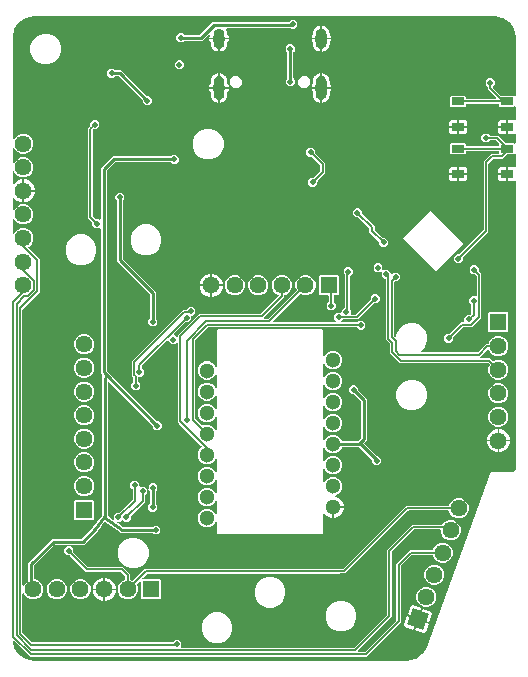
<source format=gtl>
G04 EAGLE Gerber RS-274X export*
G75*
%MOMM*%
%FSLAX34Y34*%
%LPD*%
%INTop Copper*%
%IPPOS*%
%AMOC8*
5,1,8,0,0,1.08239X$1,22.5*%
G01*
G04 Define Apertures*
%ADD10R,1.440000X1.440000*%
%ADD11C,1.440000*%
%ADD12C,1.108000*%
%ADD13C,1.300000*%
%ADD14R,1.050000X0.650000*%
%ADD15R,1.440000X1.440000*%
%ADD16C,0.502400*%
%ADD17C,0.254000*%
%ADD18C,0.152400*%
%ADD19C,0.203200*%
%ADD20C,0.127000*%
G36*
X116150Y-197984D02*
X115996Y-198000D01*
X-200000Y-198000D01*
X-200149Y-197985D01*
X-206745Y-196673D01*
X-207020Y-196559D01*
X-212612Y-192823D01*
X-212823Y-192612D01*
X-216559Y-187020D01*
X-216673Y-186745D01*
X-217634Y-181913D01*
X-217602Y-181501D01*
X-217443Y-181243D01*
X-217195Y-181067D01*
X-216899Y-181002D01*
X-216601Y-181058D01*
X-216348Y-181225D01*
X-203142Y-194432D01*
X-201412Y-194432D01*
X-201313Y-194365D01*
X-201016Y-194305D01*
X81689Y-194305D01*
X110705Y-165289D01*
X110705Y-117705D01*
X110761Y-117419D01*
X110928Y-117166D01*
X119642Y-108452D01*
X119883Y-108289D01*
X120181Y-108229D01*
X137117Y-108229D01*
X137398Y-108283D01*
X137652Y-108448D01*
X137821Y-108699D01*
X138825Y-111122D01*
X141207Y-113505D01*
X144320Y-114794D01*
X147690Y-114794D01*
X150803Y-113505D01*
X153186Y-111122D01*
X154475Y-108009D01*
X154475Y-104639D01*
X153186Y-101526D01*
X150803Y-99144D01*
X147690Y-97854D01*
X144320Y-97854D01*
X141207Y-99144D01*
X138825Y-101526D01*
X137821Y-103949D01*
X137665Y-104187D01*
X137415Y-104359D01*
X137117Y-104419D01*
X118287Y-104419D01*
X106895Y-115811D01*
X106895Y-163395D01*
X106839Y-163681D01*
X106672Y-163934D01*
X80334Y-190272D01*
X80093Y-190435D01*
X79795Y-190495D01*
X74939Y-190495D01*
X74675Y-190448D01*
X74417Y-190289D01*
X74242Y-190041D01*
X74177Y-189745D01*
X74232Y-189447D01*
X74400Y-189194D01*
X102905Y-160689D01*
X102905Y-106105D01*
X102961Y-105819D01*
X103128Y-105566D01*
X121966Y-86728D01*
X122208Y-86565D01*
X122505Y-86505D01*
X143614Y-86505D01*
X143888Y-86556D01*
X144144Y-86720D01*
X144315Y-86970D01*
X144376Y-87267D01*
X144376Y-89215D01*
X145665Y-92328D01*
X148048Y-94711D01*
X151161Y-96000D01*
X154530Y-96000D01*
X157644Y-94711D01*
X160026Y-92328D01*
X161316Y-89215D01*
X161316Y-85845D01*
X160026Y-82732D01*
X157644Y-80350D01*
X154530Y-79060D01*
X151161Y-79060D01*
X148048Y-80350D01*
X145926Y-82472D01*
X145684Y-82635D01*
X145387Y-82695D01*
X120611Y-82695D01*
X99095Y-104211D01*
X99095Y-158795D01*
X99039Y-159081D01*
X98872Y-159334D01*
X71660Y-186546D01*
X71418Y-186709D01*
X71121Y-186769D01*
X-74551Y-186769D01*
X-74814Y-186722D01*
X-75072Y-186563D01*
X-75248Y-186316D01*
X-75313Y-186019D01*
X-75257Y-185721D01*
X-75218Y-185662D01*
X-75218Y-182464D01*
X-77433Y-180248D01*
X-80567Y-180248D01*
X-82262Y-181943D01*
X-82503Y-182106D01*
X-82801Y-182167D01*
X-201441Y-182167D01*
X-201727Y-182111D01*
X-201980Y-181943D01*
X-209395Y-174529D01*
X-209558Y-174287D01*
X-209618Y-173990D01*
X-209618Y-141451D01*
X-209573Y-141194D01*
X-209416Y-140934D01*
X-209170Y-140757D01*
X-208874Y-140689D01*
X-208576Y-140743D01*
X-208322Y-140908D01*
X-208152Y-141160D01*
X-207681Y-142298D01*
X-205298Y-144681D01*
X-202185Y-145970D01*
X-198815Y-145970D01*
X-195702Y-144681D01*
X-193320Y-142298D01*
X-192030Y-139185D01*
X-192030Y-135815D01*
X-193320Y-132702D01*
X-195702Y-130320D01*
X-198815Y-129030D01*
X-199198Y-129030D01*
X-199473Y-128979D01*
X-199728Y-128815D01*
X-199900Y-128565D01*
X-199960Y-128268D01*
X-199960Y-117568D01*
X-199904Y-117282D01*
X-199737Y-117029D01*
X-182421Y-99713D01*
X-182180Y-99550D01*
X-181882Y-99490D01*
X-157509Y-99490D01*
X-146899Y-88880D01*
X-146759Y-88770D01*
X-146514Y-88680D01*
X-146030Y-88023D01*
X-145956Y-87937D01*
X-145382Y-87364D01*
X-145366Y-87225D01*
X-145238Y-86950D01*
X-140457Y-80467D01*
X-140264Y-80283D01*
X-139982Y-80170D01*
X-139679Y-80175D01*
X-139402Y-80298D01*
X-126734Y-89310D01*
X-126637Y-89392D01*
X-126088Y-89940D01*
X-125926Y-89958D01*
X-125652Y-90080D01*
X-124886Y-89951D01*
X-124760Y-89940D01*
X-99624Y-89940D01*
X-99338Y-89996D01*
X-99085Y-90163D01*
X-98267Y-90982D01*
X-95133Y-90982D01*
X-92918Y-88767D01*
X-92918Y-85633D01*
X-95133Y-83418D01*
X-98267Y-83418D01*
X-99485Y-84637D01*
X-99727Y-84800D01*
X-100024Y-84860D01*
X-123982Y-84860D01*
X-124146Y-84842D01*
X-124423Y-84719D01*
X-128998Y-81465D01*
X-129248Y-81163D01*
X-129318Y-80868D01*
X-129267Y-80569D01*
X-129103Y-80314D01*
X-128853Y-80142D01*
X-128556Y-80082D01*
X-126833Y-80082D01*
X-125539Y-78787D01*
X-125308Y-78629D01*
X-125012Y-78564D01*
X-124714Y-78620D01*
X-124461Y-78787D01*
X-123167Y-80082D01*
X-120033Y-80082D01*
X-117818Y-77867D01*
X-117818Y-75707D01*
X-117762Y-75421D01*
X-117595Y-75169D01*
X-105968Y-63542D01*
X-105968Y-58032D01*
X-105912Y-57746D01*
X-105745Y-57493D01*
X-104218Y-55967D01*
X-104218Y-53670D01*
X-104171Y-53407D01*
X-104012Y-53149D01*
X-103869Y-53048D01*
X-103930Y-53036D01*
X-104183Y-52869D01*
X-106433Y-50618D01*
X-109844Y-50618D01*
X-110119Y-50567D01*
X-110374Y-50403D01*
X-110546Y-50153D01*
X-110606Y-49856D01*
X-110606Y-47633D01*
X-112821Y-45418D01*
X-115955Y-45418D01*
X-118170Y-47633D01*
X-118170Y-50767D01*
X-116643Y-52293D01*
X-116480Y-52535D01*
X-116420Y-52832D01*
X-116420Y-61131D01*
X-116476Y-61417D01*
X-116643Y-61670D01*
X-127269Y-72295D01*
X-127510Y-72458D01*
X-127807Y-72518D01*
X-129967Y-72518D01*
X-132182Y-74733D01*
X-132182Y-77723D01*
X-132309Y-78144D01*
X-132524Y-78359D01*
X-132805Y-78472D01*
X-133109Y-78467D01*
X-133386Y-78344D01*
X-137090Y-75709D01*
X-137350Y-75385D01*
X-137410Y-75088D01*
X-137410Y37378D01*
X-137363Y37642D01*
X-137204Y37900D01*
X-136956Y38075D01*
X-136660Y38140D01*
X-136362Y38085D01*
X-136109Y37917D01*
X-99605Y1413D01*
X-99442Y1172D01*
X-99382Y874D01*
X-99382Y-567D01*
X-97167Y-2782D01*
X-94033Y-2782D01*
X-91818Y-567D01*
X-91818Y2567D01*
X-94033Y4782D01*
X-95474Y4782D01*
X-95760Y4838D01*
X-96013Y5005D01*
X-138237Y47229D01*
X-138400Y47471D01*
X-138460Y47768D01*
X-138460Y216932D01*
X-138404Y217218D01*
X-138237Y217471D01*
X-131471Y224237D01*
X-131230Y224400D01*
X-130932Y224460D01*
X-84724Y224460D01*
X-84438Y224404D01*
X-84185Y224237D01*
X-82767Y222818D01*
X-79633Y222818D01*
X-77418Y225033D01*
X-77418Y228167D01*
X-79633Y230382D01*
X-82767Y230382D01*
X-83385Y229763D01*
X-83627Y229600D01*
X-83924Y229540D01*
X-133352Y229540D01*
X-143540Y219352D01*
X-143540Y176281D01*
X-143587Y176018D01*
X-143746Y175760D01*
X-143994Y175584D01*
X-144290Y175519D01*
X-144588Y175575D01*
X-144841Y175742D01*
X-145033Y175935D01*
X-147372Y175935D01*
X-147658Y175991D01*
X-147911Y176158D01*
X-150072Y178319D01*
X-150235Y178561D01*
X-150295Y178858D01*
X-150295Y251195D01*
X-150239Y251481D01*
X-150072Y251734D01*
X-149711Y252095D01*
X-149470Y252258D01*
X-149172Y252318D01*
X-146833Y252318D01*
X-144618Y254533D01*
X-144618Y257667D01*
X-146833Y259882D01*
X-149967Y259882D01*
X-152182Y257667D01*
X-152182Y255328D01*
X-152238Y255042D01*
X-152405Y254789D01*
X-154105Y253089D01*
X-154105Y176964D01*
X-150605Y173464D01*
X-150442Y173223D01*
X-150382Y172925D01*
X-150382Y170586D01*
X-148167Y168371D01*
X-145033Y168371D01*
X-144841Y168564D01*
X-144621Y168717D01*
X-144326Y168786D01*
X-144027Y168736D01*
X-143772Y168572D01*
X-143600Y168322D01*
X-143540Y168025D01*
X-143540Y45348D01*
X-142231Y44039D01*
X-142073Y43808D01*
X-142008Y43512D01*
X-142063Y43214D01*
X-142231Y42961D01*
X-142490Y42702D01*
X-142490Y-74414D01*
X-142511Y-74591D01*
X-142639Y-74866D01*
X-142718Y-74974D01*
X-142718Y-74974D01*
X-143431Y-75940D01*
X-143431Y-75940D01*
X-149824Y-84609D01*
X-149899Y-84696D01*
X-159390Y-94187D01*
X-159631Y-94350D01*
X-159929Y-94410D01*
X-184302Y-94410D01*
X-205040Y-115148D01*
X-205040Y-129746D01*
X-205096Y-130032D01*
X-205263Y-130285D01*
X-207681Y-132702D01*
X-208152Y-133840D01*
X-208292Y-134061D01*
X-208537Y-134241D01*
X-208832Y-134310D01*
X-209131Y-134260D01*
X-209386Y-134096D01*
X-209558Y-133846D01*
X-209618Y-133549D01*
X-209618Y99185D01*
X-209562Y99471D01*
X-209395Y99724D01*
X-194942Y114177D01*
X-194942Y141872D01*
X-204589Y151519D01*
X-204745Y151744D01*
X-204812Y152039D01*
X-204759Y152338D01*
X-204593Y152592D01*
X-204342Y152762D01*
X-204202Y152820D01*
X-201820Y155202D01*
X-200530Y158315D01*
X-200530Y161685D01*
X-201820Y164798D01*
X-204202Y167181D01*
X-207315Y168470D01*
X-210685Y168470D01*
X-213798Y167181D01*
X-216181Y164798D01*
X-216534Y163944D01*
X-216674Y163724D01*
X-216919Y163544D01*
X-217214Y163474D01*
X-217513Y163525D01*
X-217768Y163689D01*
X-217940Y163939D01*
X-218000Y164236D01*
X-218000Y175764D01*
X-217955Y176022D01*
X-217798Y176281D01*
X-217552Y176458D01*
X-217256Y176526D01*
X-216958Y176473D01*
X-216704Y176307D01*
X-216534Y176056D01*
X-216181Y175202D01*
X-213798Y172820D01*
X-210685Y171530D01*
X-207315Y171530D01*
X-204202Y172820D01*
X-201820Y175202D01*
X-200530Y178315D01*
X-200530Y181685D01*
X-201820Y184798D01*
X-204202Y187181D01*
X-207315Y188470D01*
X-210685Y188470D01*
X-213798Y187181D01*
X-216181Y184798D01*
X-216534Y183944D01*
X-216674Y183724D01*
X-216919Y183544D01*
X-217214Y183474D01*
X-217513Y183525D01*
X-217768Y183689D01*
X-217940Y183939D01*
X-218000Y184236D01*
X-218000Y193386D01*
X-217953Y193649D01*
X-217794Y193907D01*
X-217546Y194083D01*
X-217250Y194148D01*
X-216952Y194092D01*
X-216699Y193925D01*
X-214517Y191743D01*
X-210937Y190260D01*
X-209762Y190260D01*
X-209762Y209740D01*
X-210937Y209740D01*
X-214517Y208257D01*
X-216699Y206075D01*
X-216919Y205922D01*
X-217214Y205852D01*
X-217513Y205903D01*
X-217768Y206067D01*
X-217940Y206317D01*
X-218000Y206614D01*
X-218000Y215764D01*
X-217955Y216022D01*
X-217798Y216281D01*
X-217552Y216458D01*
X-217256Y216526D01*
X-216958Y216473D01*
X-216704Y216307D01*
X-216534Y216056D01*
X-216181Y215202D01*
X-213798Y212820D01*
X-210685Y211530D01*
X-207315Y211530D01*
X-204202Y212820D01*
X-201820Y215202D01*
X-200530Y218315D01*
X-200530Y221685D01*
X-201820Y224798D01*
X-204202Y227181D01*
X-207315Y228470D01*
X-210685Y228470D01*
X-213798Y227181D01*
X-216181Y224798D01*
X-216534Y223944D01*
X-216674Y223724D01*
X-216919Y223544D01*
X-217214Y223474D01*
X-217513Y223525D01*
X-217768Y223689D01*
X-217940Y223939D01*
X-218000Y224236D01*
X-218000Y235764D01*
X-217955Y236022D01*
X-217798Y236281D01*
X-217552Y236458D01*
X-217256Y236526D01*
X-216958Y236473D01*
X-216704Y236307D01*
X-216534Y236056D01*
X-216181Y235202D01*
X-213798Y232820D01*
X-210685Y231530D01*
X-207315Y231530D01*
X-204202Y232820D01*
X-201820Y235202D01*
X-200530Y238315D01*
X-200530Y241685D01*
X-201820Y244798D01*
X-204202Y247181D01*
X-207315Y248470D01*
X-210685Y248470D01*
X-213798Y247181D01*
X-216181Y244798D01*
X-216534Y243944D01*
X-216674Y243724D01*
X-216919Y243544D01*
X-217214Y243474D01*
X-217513Y243525D01*
X-217768Y243689D01*
X-217940Y243939D01*
X-218000Y244236D01*
X-218000Y330000D01*
X-217985Y330149D01*
X-216673Y336745D01*
X-216559Y337020D01*
X-212823Y342612D01*
X-212612Y342823D01*
X-207020Y346559D01*
X-206745Y346673D01*
X-200149Y347985D01*
X-200000Y348000D01*
X190000Y348000D01*
X190149Y347985D01*
X196745Y346673D01*
X197020Y346559D01*
X202612Y342823D01*
X202823Y342612D01*
X206559Y337020D01*
X206673Y336745D01*
X207985Y330149D01*
X208000Y330000D01*
X208000Y280636D01*
X207953Y280372D01*
X207794Y280114D01*
X207546Y279939D01*
X207250Y279874D01*
X206952Y279929D01*
X206699Y280097D01*
X206526Y280270D01*
X196274Y280270D01*
X195988Y280326D01*
X195736Y280493D01*
X188884Y287345D01*
X188726Y287575D01*
X188661Y287871D01*
X188716Y288170D01*
X188884Y288422D01*
X190250Y289788D01*
X190250Y292922D01*
X188035Y295137D01*
X184901Y295137D01*
X182686Y292922D01*
X182686Y289788D01*
X184213Y288262D01*
X184376Y288020D01*
X184436Y287723D01*
X184436Y286045D01*
X191399Y279083D01*
X191552Y278863D01*
X191621Y278568D01*
X191570Y278269D01*
X191407Y278014D01*
X191157Y277842D01*
X190860Y277782D01*
X166532Y277782D01*
X166257Y277833D01*
X166002Y277997D01*
X165830Y278247D01*
X165770Y278544D01*
X165770Y279526D01*
X165026Y280270D01*
X153474Y280270D01*
X152730Y279526D01*
X152730Y271974D01*
X153474Y271230D01*
X165026Y271230D01*
X165770Y271974D01*
X165770Y272956D01*
X165821Y273231D01*
X165985Y273486D01*
X166235Y273658D01*
X166532Y273718D01*
X193468Y273718D01*
X193743Y273667D01*
X193998Y273503D01*
X194170Y273253D01*
X194230Y272956D01*
X194230Y271974D01*
X194974Y271230D01*
X206526Y271230D01*
X206699Y271403D01*
X206919Y271556D01*
X207214Y271626D01*
X207513Y271575D01*
X207768Y271412D01*
X207940Y271162D01*
X208000Y270864D01*
X208000Y260802D01*
X207949Y260527D01*
X207785Y260272D01*
X207535Y260100D01*
X207238Y260040D01*
X201512Y260040D01*
X201512Y248460D01*
X207238Y248460D01*
X207513Y248409D01*
X207768Y248245D01*
X207940Y247995D01*
X208000Y247698D01*
X208000Y240636D01*
X207953Y240372D01*
X207794Y240114D01*
X207546Y239939D01*
X207250Y239874D01*
X206952Y239929D01*
X206699Y240097D01*
X206526Y240270D01*
X200072Y240270D01*
X199786Y240326D01*
X199533Y240493D01*
X193295Y246732D01*
X186332Y246732D01*
X186046Y246788D01*
X185793Y246955D01*
X184267Y248482D01*
X181133Y248482D01*
X178918Y246267D01*
X178918Y243133D01*
X181133Y240918D01*
X184267Y240918D01*
X185793Y242445D01*
X186035Y242608D01*
X186332Y242668D01*
X191296Y242668D01*
X191581Y242612D01*
X191834Y242445D01*
X194007Y240272D01*
X194170Y240031D01*
X194230Y239734D01*
X194230Y238544D01*
X194179Y238269D01*
X194015Y238014D01*
X193765Y237842D01*
X193468Y237782D01*
X166532Y237782D01*
X166257Y237833D01*
X166002Y237997D01*
X165830Y238247D01*
X165770Y238544D01*
X165770Y239526D01*
X165026Y240270D01*
X153474Y240270D01*
X152730Y239526D01*
X152730Y231974D01*
X153474Y231230D01*
X165026Y231230D01*
X165770Y231974D01*
X165770Y232956D01*
X165821Y233231D01*
X165985Y233486D01*
X166235Y233658D01*
X166532Y233718D01*
X193468Y233718D01*
X193743Y233667D01*
X193998Y233503D01*
X194170Y233253D01*
X194230Y232956D01*
X194230Y232094D01*
X194179Y231819D01*
X194015Y231564D01*
X193765Y231392D01*
X193468Y231332D01*
X187258Y231332D01*
X180868Y224942D01*
X180868Y166957D01*
X180812Y166671D01*
X180645Y166419D01*
X160632Y146405D01*
X160390Y146242D01*
X160093Y146182D01*
X157933Y146182D01*
X155718Y143967D01*
X155718Y140833D01*
X157933Y138618D01*
X161067Y138618D01*
X163282Y140833D01*
X163282Y142993D01*
X163338Y143279D01*
X163505Y143532D01*
X184932Y164958D01*
X184932Y222943D01*
X184988Y223229D01*
X185155Y223482D01*
X188719Y227045D01*
X188960Y227208D01*
X189257Y227268D01*
X197042Y227268D01*
X200781Y231007D01*
X201022Y231170D01*
X201319Y231230D01*
X206526Y231230D01*
X206699Y231403D01*
X206919Y231556D01*
X207214Y231626D01*
X207513Y231575D01*
X207768Y231412D01*
X207940Y231162D01*
X208000Y230864D01*
X208000Y220802D01*
X207949Y220527D01*
X207785Y220272D01*
X207535Y220100D01*
X207238Y220040D01*
X201512Y220040D01*
X201512Y208460D01*
X207238Y208460D01*
X207513Y208409D01*
X207768Y208245D01*
X207940Y207995D01*
X208000Y207698D01*
X208000Y-35000D01*
X207974Y-35197D01*
X207674Y-36316D01*
X207477Y-36658D01*
X206658Y-37477D01*
X206316Y-37674D01*
X205197Y-37974D01*
X205000Y-38000D01*
X188722Y-38000D01*
X188462Y-37954D01*
X188141Y-37837D01*
X187945Y-37929D01*
X187623Y-38000D01*
X187407Y-38000D01*
X187165Y-38241D01*
X186949Y-38393D01*
X186639Y-38538D01*
X186565Y-38741D01*
X186388Y-39019D01*
X186235Y-39172D01*
X186235Y-39513D01*
X186189Y-39774D01*
X132910Y-186156D01*
X132843Y-186296D01*
X129183Y-192229D01*
X128971Y-192454D01*
X123261Y-196452D01*
X122978Y-196574D01*
X116150Y-197984D01*
G37*
%LPC*%
G36*
X-77167Y325618D02*
X-74033Y325618D01*
X-73015Y326637D01*
X-72773Y326800D01*
X-72476Y326860D01*
X-57425Y326860D01*
X-52308Y331977D01*
X-52094Y332127D01*
X-51800Y332199D01*
X-51500Y332151D01*
X-51244Y331989D01*
X-51070Y331741D01*
X-51007Y331444D01*
X-51065Y331146D01*
X-51330Y330507D01*
X-51330Y329662D01*
X-35170Y329662D01*
X-35170Y330507D01*
X-36111Y332780D01*
X-36168Y333029D01*
X-36178Y333208D01*
X-36285Y334154D01*
X-36430Y334792D01*
X-36739Y335673D01*
X-37022Y336262D01*
X-37092Y336373D01*
X-37208Y336754D01*
X-37158Y337053D01*
X-36994Y337308D01*
X-36744Y337480D01*
X-36447Y337540D01*
X17096Y337540D01*
X17382Y337484D01*
X17635Y337317D01*
X17733Y337218D01*
X20867Y337218D01*
X23082Y339433D01*
X23082Y342567D01*
X20867Y344782D01*
X17733Y344782D01*
X15795Y342843D01*
X15553Y342680D01*
X15256Y342620D01*
X-48849Y342620D01*
X-59306Y332163D01*
X-59547Y332000D01*
X-59845Y331940D01*
X-72476Y331940D01*
X-72762Y331996D01*
X-73015Y332163D01*
X-74033Y333182D01*
X-77167Y333182D01*
X-79382Y330967D01*
X-79382Y327833D01*
X-77167Y325618D01*
G37*
G36*
X44012Y329662D02*
X51330Y329662D01*
X51330Y330507D01*
X50389Y332780D01*
X50332Y333029D01*
X50322Y333208D01*
X50215Y334154D01*
X50070Y334792D01*
X49761Y335673D01*
X49478Y336262D01*
X48981Y337052D01*
X48573Y337563D01*
X47913Y338223D01*
X47402Y338631D01*
X46612Y339128D01*
X46023Y339411D01*
X45142Y339720D01*
X44504Y339865D01*
X44012Y339921D01*
X44012Y329662D01*
G37*
G36*
X35170Y329662D02*
X42488Y329662D01*
X42488Y339921D01*
X41996Y339865D01*
X41358Y339720D01*
X40477Y339411D01*
X39888Y339128D01*
X39098Y338631D01*
X38587Y338223D01*
X37927Y337563D01*
X37519Y337052D01*
X37022Y336262D01*
X36739Y335673D01*
X36430Y334792D01*
X36285Y334154D01*
X36178Y333208D01*
X36168Y333029D01*
X36111Y332780D01*
X35170Y330507D01*
X35170Y329662D01*
G37*
G36*
X-192586Y307000D02*
X-187414Y307000D01*
X-182636Y308979D01*
X-178979Y312636D01*
X-177000Y317414D01*
X-177000Y322586D01*
X-178979Y327364D01*
X-182636Y331021D01*
X-187414Y333000D01*
X-192586Y333000D01*
X-197364Y331021D01*
X-201021Y327364D01*
X-203000Y322586D01*
X-203000Y317414D01*
X-201021Y312636D01*
X-197364Y308979D01*
X-192586Y307000D01*
G37*
G36*
X-42488Y328138D02*
X-42488Y317879D01*
X-41996Y317935D01*
X-41358Y318080D01*
X-40477Y318389D01*
X-39888Y318672D01*
X-39098Y319169D01*
X-38587Y319577D01*
X-37927Y320237D01*
X-37519Y320748D01*
X-37022Y321538D01*
X-36739Y322127D01*
X-36430Y323008D01*
X-36285Y323646D01*
X-36178Y324592D01*
X-36168Y324771D01*
X-36111Y325020D01*
X-35170Y327293D01*
X-35170Y328138D01*
X-42488Y328138D01*
G37*
G36*
X44012Y328138D02*
X44012Y317879D01*
X44504Y317935D01*
X45142Y318080D01*
X46023Y318389D01*
X46612Y318672D01*
X47402Y319169D01*
X47913Y319577D01*
X48573Y320237D01*
X48981Y320748D01*
X49478Y321538D01*
X49761Y322127D01*
X50070Y323008D01*
X50215Y323646D01*
X50322Y324592D01*
X50332Y324771D01*
X50389Y325020D01*
X51330Y327293D01*
X51330Y328138D01*
X44012Y328138D01*
G37*
G36*
X-44504Y317935D02*
X-44012Y317879D01*
X-44012Y328138D01*
X-51330Y328138D01*
X-51330Y327293D01*
X-50389Y325020D01*
X-50332Y324771D01*
X-50322Y324592D01*
X-50215Y323646D01*
X-50070Y323008D01*
X-49761Y322127D01*
X-49478Y321538D01*
X-48981Y320748D01*
X-48573Y320237D01*
X-47913Y319577D01*
X-47402Y319169D01*
X-46612Y318672D01*
X-46023Y318389D01*
X-45142Y318080D01*
X-44504Y317935D01*
G37*
G36*
X41996Y317935D02*
X42488Y317879D01*
X42488Y328138D01*
X35170Y328138D01*
X35170Y327293D01*
X36111Y325020D01*
X36168Y324771D01*
X36178Y324592D01*
X36285Y323646D01*
X36430Y323008D01*
X36739Y322127D01*
X37022Y321538D01*
X37519Y320748D01*
X37927Y320237D01*
X38587Y319577D01*
X39098Y319169D01*
X39888Y318672D01*
X40477Y318389D01*
X41358Y318080D01*
X41996Y317935D01*
G37*
G36*
X15692Y288652D02*
X18825Y288652D01*
X21040Y290867D01*
X21040Y294001D01*
X20021Y295019D01*
X19858Y295261D01*
X19798Y295558D01*
X19798Y317234D01*
X19854Y317520D01*
X20021Y317773D01*
X20782Y318533D01*
X20782Y321667D01*
X18567Y323882D01*
X15433Y323882D01*
X13218Y321667D01*
X13218Y318533D01*
X14495Y317257D01*
X14658Y317015D01*
X14718Y316718D01*
X14718Y295558D01*
X14662Y295272D01*
X14495Y295019D01*
X13476Y294001D01*
X13476Y290867D01*
X15692Y288652D01*
G37*
G36*
X-78267Y302918D02*
X-75133Y302918D01*
X-72918Y305133D01*
X-72918Y308267D01*
X-75133Y310482D01*
X-78267Y310482D01*
X-80482Y308267D01*
X-80482Y305133D01*
X-78267Y302918D01*
G37*
G36*
X-105567Y272618D02*
X-102433Y272618D01*
X-100218Y274833D01*
X-100218Y277967D01*
X-102433Y280182D01*
X-103874Y280182D01*
X-104160Y280238D01*
X-104413Y280405D01*
X-126248Y302240D01*
X-130976Y302240D01*
X-131262Y302296D01*
X-131515Y302463D01*
X-132533Y303482D01*
X-135667Y303482D01*
X-137882Y301267D01*
X-137882Y298133D01*
X-135667Y295918D01*
X-132533Y295918D01*
X-131515Y296937D01*
X-131273Y297100D01*
X-130976Y297160D01*
X-128668Y297160D01*
X-128382Y297104D01*
X-128129Y296937D01*
X-108005Y276813D01*
X-107842Y276572D01*
X-107782Y276274D01*
X-107782Y274833D01*
X-105567Y272618D01*
G37*
G36*
X44012Y287962D02*
X51330Y287962D01*
X51330Y288807D01*
X50398Y291057D01*
X50340Y291349D01*
X50340Y292681D01*
X50322Y293008D01*
X50215Y293954D01*
X50070Y294592D01*
X49761Y295473D01*
X49478Y296062D01*
X48981Y296852D01*
X48573Y297363D01*
X47913Y298023D01*
X47402Y298431D01*
X46612Y298928D01*
X46023Y299211D01*
X45142Y299520D01*
X44504Y299665D01*
X44012Y299721D01*
X44012Y287962D01*
G37*
G36*
X35170Y287962D02*
X42488Y287962D01*
X42488Y299721D01*
X41996Y299665D01*
X41358Y299520D01*
X40477Y299211D01*
X39888Y298928D01*
X39098Y298431D01*
X38587Y298023D01*
X37927Y297363D01*
X37519Y296852D01*
X37022Y296062D01*
X36739Y295473D01*
X36430Y294592D01*
X36285Y293954D01*
X36178Y293008D01*
X36160Y292681D01*
X36160Y291349D01*
X36102Y291057D01*
X35170Y288807D01*
X35170Y287962D01*
G37*
G36*
X-42488Y287962D02*
X-35170Y287962D01*
X-35170Y288807D01*
X-36102Y291057D01*
X-36160Y291349D01*
X-36160Y292681D01*
X-36178Y293008D01*
X-36285Y293954D01*
X-36430Y294592D01*
X-36739Y295473D01*
X-37022Y296062D01*
X-37519Y296852D01*
X-37927Y297363D01*
X-38587Y298023D01*
X-39098Y298431D01*
X-39888Y298928D01*
X-40477Y299211D01*
X-41358Y299520D01*
X-41996Y299665D01*
X-42488Y299721D01*
X-42488Y287962D01*
G37*
G36*
X-51330Y287962D02*
X-44012Y287962D01*
X-44012Y299721D01*
X-44504Y299665D01*
X-45142Y299520D01*
X-46023Y299211D01*
X-46612Y298928D01*
X-47402Y298431D01*
X-47913Y298023D01*
X-48573Y297363D01*
X-48981Y296852D01*
X-49478Y296062D01*
X-49761Y295473D01*
X-50070Y294592D01*
X-50215Y293954D01*
X-50322Y293008D01*
X-50340Y292681D01*
X-50340Y291349D01*
X-50398Y291057D01*
X-51330Y288807D01*
X-51330Y287962D01*
G37*
G36*
X-30971Y287100D02*
X-26829Y287100D01*
X-23900Y290029D01*
X-23900Y294171D01*
X-26829Y297100D01*
X-30971Y297100D01*
X-33900Y294171D01*
X-33900Y290029D01*
X-30971Y287100D01*
G37*
G36*
X26829Y287100D02*
X30971Y287100D01*
X33900Y290029D01*
X33900Y294171D01*
X30971Y297100D01*
X26829Y297100D01*
X23900Y294171D01*
X23900Y290029D01*
X26829Y287100D01*
G37*
G36*
X-44504Y274735D02*
X-44012Y274679D01*
X-44012Y286438D01*
X-51330Y286438D01*
X-51330Y285593D01*
X-50398Y283343D01*
X-50340Y283051D01*
X-50340Y281719D01*
X-50322Y281392D01*
X-50215Y280446D01*
X-50070Y279808D01*
X-49761Y278927D01*
X-49478Y278338D01*
X-48981Y277548D01*
X-48573Y277037D01*
X-47913Y276377D01*
X-47402Y275969D01*
X-46612Y275472D01*
X-46023Y275189D01*
X-45142Y274880D01*
X-44504Y274735D01*
G37*
G36*
X-42488Y286438D02*
X-42488Y274679D01*
X-41996Y274735D01*
X-41358Y274880D01*
X-40477Y275189D01*
X-39888Y275472D01*
X-39098Y275969D01*
X-38587Y276377D01*
X-37927Y277037D01*
X-37519Y277548D01*
X-37022Y278338D01*
X-36739Y278927D01*
X-36430Y279808D01*
X-36285Y280446D01*
X-36178Y281392D01*
X-36160Y281719D01*
X-36160Y283051D01*
X-36102Y283343D01*
X-35170Y285593D01*
X-35170Y286438D01*
X-42488Y286438D01*
G37*
G36*
X41996Y274735D02*
X42488Y274679D01*
X42488Y286438D01*
X35170Y286438D01*
X35170Y285593D01*
X36102Y283343D01*
X36160Y283051D01*
X36160Y281719D01*
X36178Y281392D01*
X36285Y280446D01*
X36430Y279808D01*
X36739Y278927D01*
X37022Y278338D01*
X37519Y277548D01*
X37927Y277037D01*
X38587Y276377D01*
X39098Y275969D01*
X39888Y275472D01*
X40477Y275189D01*
X41358Y274880D01*
X41996Y274735D01*
G37*
G36*
X44012Y286438D02*
X44012Y274679D01*
X44504Y274735D01*
X45142Y274880D01*
X46023Y275189D01*
X46612Y275472D01*
X47402Y275969D01*
X47913Y276377D01*
X48573Y277037D01*
X48981Y277548D01*
X49478Y278338D01*
X49761Y278927D01*
X50070Y279808D01*
X50215Y280446D01*
X50322Y281392D01*
X50340Y281719D01*
X50340Y283051D01*
X50398Y283343D01*
X51330Y285593D01*
X51330Y286438D01*
X44012Y286438D01*
G37*
G36*
X151460Y255012D02*
X158488Y255012D01*
X158488Y260040D01*
X152948Y260040D01*
X151460Y258552D01*
X151460Y255012D01*
G37*
G36*
X160012Y255012D02*
X167040Y255012D01*
X167040Y258552D01*
X165552Y260040D01*
X160012Y260040D01*
X160012Y255012D01*
G37*
G36*
X192960Y255012D02*
X199988Y255012D01*
X199988Y260040D01*
X194448Y260040D01*
X192960Y258552D01*
X192960Y255012D01*
G37*
G36*
X152948Y248460D02*
X158488Y248460D01*
X158488Y253488D01*
X151460Y253488D01*
X151460Y249948D01*
X152948Y248460D01*
G37*
G36*
X160012Y248460D02*
X165552Y248460D01*
X167040Y249948D01*
X167040Y253488D01*
X160012Y253488D01*
X160012Y248460D01*
G37*
G36*
X194448Y248460D02*
X199988Y248460D01*
X199988Y253488D01*
X192960Y253488D01*
X192960Y249948D01*
X194448Y248460D01*
G37*
G36*
X-54986Y226500D02*
X-49814Y226500D01*
X-45036Y228479D01*
X-41379Y232136D01*
X-39400Y236914D01*
X-39400Y242086D01*
X-41379Y246864D01*
X-45036Y250521D01*
X-49814Y252500D01*
X-54986Y252500D01*
X-59764Y250521D01*
X-63421Y246864D01*
X-65400Y242086D01*
X-65400Y236914D01*
X-63421Y232136D01*
X-59764Y228479D01*
X-54986Y226500D01*
G37*
G36*
X34733Y203518D02*
X37867Y203518D01*
X40082Y205733D01*
X40082Y207533D01*
X40138Y207819D01*
X40305Y208072D01*
X46886Y214653D01*
X46886Y223274D01*
X38239Y231921D01*
X38076Y232163D01*
X38016Y232460D01*
X38016Y234260D01*
X35800Y236475D01*
X32667Y236475D01*
X30452Y234260D01*
X30452Y231127D01*
X32667Y228911D01*
X34467Y228911D01*
X34753Y228856D01*
X35006Y228688D01*
X42091Y221603D01*
X42254Y221362D01*
X42314Y221064D01*
X42314Y216863D01*
X42258Y216577D01*
X42091Y216324D01*
X37072Y211305D01*
X36831Y211142D01*
X36533Y211082D01*
X34733Y211082D01*
X32518Y208867D01*
X32518Y205733D01*
X34733Y203518D01*
G37*
G36*
X192960Y215012D02*
X199988Y215012D01*
X199988Y220040D01*
X194448Y220040D01*
X192960Y218552D01*
X192960Y215012D01*
G37*
G36*
X151460Y215012D02*
X158488Y215012D01*
X158488Y220040D01*
X152948Y220040D01*
X151460Y218552D01*
X151460Y215012D01*
G37*
G36*
X160012Y215012D02*
X167040Y215012D01*
X167040Y218552D01*
X165552Y220040D01*
X160012Y220040D01*
X160012Y215012D01*
G37*
G36*
X160012Y208460D02*
X165552Y208460D01*
X167040Y209948D01*
X167040Y213488D01*
X160012Y213488D01*
X160012Y208460D01*
G37*
G36*
X152948Y208460D02*
X158488Y208460D01*
X158488Y213488D01*
X151460Y213488D01*
X151460Y209948D01*
X152948Y208460D01*
G37*
G36*
X194448Y208460D02*
X199988Y208460D01*
X199988Y213488D01*
X192960Y213488D01*
X192960Y209948D01*
X194448Y208460D01*
G37*
G36*
X-208238Y200762D02*
X-199260Y200762D01*
X-199260Y201937D01*
X-200743Y205517D01*
X-203483Y208257D01*
X-207063Y209740D01*
X-208238Y209740D01*
X-208238Y200762D01*
G37*
G36*
X-208238Y190260D02*
X-207063Y190260D01*
X-203483Y191743D01*
X-200743Y194483D01*
X-199260Y198063D01*
X-199260Y199238D01*
X-208238Y199238D01*
X-208238Y190260D01*
G37*
G36*
X-100967Y85318D02*
X-97833Y85318D01*
X-95618Y87533D01*
X-95618Y90667D01*
X-96537Y91585D01*
X-96700Y91827D01*
X-96760Y92124D01*
X-96760Y114552D01*
X-124437Y142229D01*
X-124600Y142471D01*
X-124660Y142768D01*
X-124660Y191276D01*
X-124604Y191562D01*
X-124437Y191815D01*
X-123418Y192833D01*
X-123418Y195967D01*
X-125633Y198182D01*
X-128767Y198182D01*
X-130982Y195967D01*
X-130982Y192833D01*
X-129963Y191815D01*
X-129800Y191573D01*
X-129740Y191276D01*
X-129740Y140348D01*
X-102063Y112671D01*
X-101900Y112430D01*
X-101840Y112132D01*
X-101840Y92324D01*
X-101896Y92038D01*
X-102063Y91785D01*
X-103182Y90667D01*
X-103182Y87533D01*
X-100967Y85318D01*
G37*
G36*
X94501Y152511D02*
X97634Y152511D01*
X99849Y154727D01*
X99849Y157860D01*
X97634Y160075D01*
X95834Y160075D01*
X95548Y160131D01*
X95295Y160299D01*
X88909Y166684D01*
X88746Y166926D01*
X88686Y167223D01*
X88686Y169947D01*
X78005Y180628D01*
X77842Y180869D01*
X77782Y181167D01*
X77782Y182967D01*
X75567Y185182D01*
X72433Y185182D01*
X70218Y182967D01*
X70218Y179833D01*
X72433Y177618D01*
X74233Y177618D01*
X74519Y177562D01*
X74772Y177395D01*
X83891Y168276D01*
X84054Y168035D01*
X84114Y167737D01*
X84114Y165014D01*
X92062Y157066D01*
X92225Y156824D01*
X92285Y156527D01*
X92285Y154727D01*
X94501Y152511D01*
G37*
G36*
X140121Y132243D02*
X140542Y132243D01*
X163467Y155168D01*
X163467Y155589D01*
X136299Y182757D01*
X135878Y182757D01*
X112953Y159832D01*
X112953Y159411D01*
X140121Y132243D01*
G37*
G36*
X-107586Y145500D02*
X-102414Y145500D01*
X-97636Y147479D01*
X-93979Y151136D01*
X-92000Y155914D01*
X-92000Y161086D01*
X-93979Y165864D01*
X-97636Y169521D01*
X-102414Y171500D01*
X-107586Y171500D01*
X-112364Y169521D01*
X-116021Y165864D01*
X-118000Y161086D01*
X-118000Y155914D01*
X-116021Y151136D01*
X-112364Y147479D01*
X-107586Y145500D01*
G37*
G36*
X-162586Y137000D02*
X-157414Y137000D01*
X-152636Y138979D01*
X-148979Y142636D01*
X-147000Y147414D01*
X-147000Y152586D01*
X-148979Y157364D01*
X-152636Y161021D01*
X-157414Y163000D01*
X-162586Y163000D01*
X-167364Y161021D01*
X-171021Y157364D01*
X-173000Y152586D01*
X-173000Y147414D01*
X-171021Y142636D01*
X-167364Y138979D01*
X-162586Y137000D01*
G37*
G36*
X191644Y40028D02*
X195014Y40028D01*
X198127Y41318D01*
X200510Y43700D01*
X201799Y46813D01*
X201799Y50183D01*
X200510Y53296D01*
X198127Y55679D01*
X195014Y56968D01*
X191644Y56968D01*
X189349Y56017D01*
X189069Y55959D01*
X188771Y56015D01*
X188518Y56182D01*
X186625Y58076D01*
X178259Y58076D01*
X177996Y58123D01*
X177738Y58282D01*
X177562Y58530D01*
X177497Y58826D01*
X177553Y59124D01*
X177720Y59377D01*
X184140Y65796D01*
X184365Y65952D01*
X184660Y66019D01*
X184959Y65966D01*
X185213Y65801D01*
X185383Y65549D01*
X186149Y63700D01*
X188531Y61318D01*
X191644Y60028D01*
X195014Y60028D01*
X198127Y61318D01*
X200510Y63700D01*
X201799Y66813D01*
X201799Y70183D01*
X200510Y73296D01*
X198127Y75679D01*
X195014Y76968D01*
X191644Y76968D01*
X188531Y75679D01*
X186149Y73296D01*
X185198Y71000D01*
X185041Y70762D01*
X184791Y70590D01*
X184494Y70530D01*
X183783Y70530D01*
X183126Y70530D01*
X182392Y69796D01*
X176089Y63493D01*
X175848Y63330D01*
X175551Y63270D01*
X128494Y63270D01*
X128231Y63317D01*
X127973Y63476D01*
X127798Y63724D01*
X127733Y64020D01*
X127788Y64318D01*
X127956Y64571D01*
X131021Y67636D01*
X133000Y72414D01*
X133000Y77586D01*
X131021Y82364D01*
X127364Y86021D01*
X122586Y88000D01*
X117414Y88000D01*
X112636Y86021D01*
X108979Y82364D01*
X107000Y77586D01*
X107000Y76451D01*
X106953Y76188D01*
X106794Y75930D01*
X106546Y75754D01*
X106250Y75689D01*
X105952Y75745D01*
X105699Y75912D01*
X105099Y76512D01*
X104936Y76754D01*
X104876Y77051D01*
X104876Y122443D01*
X104932Y122729D01*
X105099Y122982D01*
X105113Y122995D01*
X105354Y123158D01*
X105651Y123218D01*
X107811Y123218D01*
X110026Y125433D01*
X110026Y128567D01*
X107811Y130782D01*
X104677Y130782D01*
X103515Y129619D01*
X103295Y129466D01*
X103000Y129397D01*
X102701Y129447D01*
X102446Y129611D01*
X102274Y129861D01*
X102214Y130158D01*
X102214Y130716D01*
X99999Y132931D01*
X96865Y132931D01*
X96475Y132541D01*
X96255Y132388D01*
X95960Y132318D01*
X95661Y132369D01*
X95406Y132532D01*
X95234Y132782D01*
X95174Y133079D01*
X95174Y136302D01*
X92958Y138518D01*
X89825Y138518D01*
X87610Y136302D01*
X87610Y133169D01*
X89825Y130954D01*
X92958Y130954D01*
X93349Y131345D01*
X93569Y131498D01*
X93864Y131567D01*
X94163Y131517D01*
X94418Y131353D01*
X94590Y131103D01*
X94650Y130806D01*
X94650Y127583D01*
X96865Y125367D01*
X97256Y125367D01*
X97531Y125316D01*
X97786Y125153D01*
X97958Y124903D01*
X98018Y124605D01*
X98018Y73895D01*
X101189Y70724D01*
X101352Y70482D01*
X101412Y70185D01*
X101412Y62301D01*
X109701Y54012D01*
X184626Y54012D01*
X184912Y53956D01*
X185165Y53789D01*
X185645Y53309D01*
X185805Y53073D01*
X185868Y52776D01*
X185810Y52478D01*
X184859Y50183D01*
X184859Y46813D01*
X186149Y43700D01*
X188531Y41318D01*
X191644Y40028D01*
G37*
G36*
X149833Y71518D02*
X152967Y71518D01*
X155182Y73733D01*
X155182Y75893D01*
X155238Y76179D01*
X155405Y76432D01*
X163319Y84345D01*
X163560Y84508D01*
X163857Y84568D01*
X171048Y84568D01*
X178852Y92372D01*
X178852Y129944D01*
X176727Y132069D01*
X176564Y132310D01*
X176504Y132607D01*
X176504Y134767D01*
X174289Y136982D01*
X171155Y136982D01*
X168940Y134767D01*
X168940Y131633D01*
X171155Y129418D01*
X173315Y129418D01*
X173601Y129362D01*
X173854Y129195D01*
X174565Y128483D01*
X174728Y128242D01*
X174788Y127945D01*
X174788Y111494D01*
X174737Y111219D01*
X174574Y110964D01*
X174323Y110792D01*
X174026Y110732D01*
X170710Y110732D01*
X168494Y108517D01*
X168494Y105383D01*
X170021Y103857D01*
X170184Y103615D01*
X170244Y103318D01*
X170244Y96253D01*
X170189Y95967D01*
X170021Y95714D01*
X169456Y95149D01*
X169214Y94986D01*
X168917Y94926D01*
X166758Y94926D01*
X164542Y92711D01*
X164542Y89394D01*
X164491Y89119D01*
X164328Y88864D01*
X164078Y88692D01*
X163780Y88632D01*
X161858Y88632D01*
X152532Y79305D01*
X152290Y79142D01*
X151993Y79082D01*
X149833Y79082D01*
X147618Y76867D01*
X147618Y73733D01*
X149833Y71518D01*
G37*
G36*
X-45033Y-90160D02*
X45023Y-90160D01*
X45078Y-90151D01*
X45079Y-90148D01*
X45085Y-90108D01*
X45085Y-74209D01*
X45132Y-73946D01*
X45291Y-73688D01*
X45539Y-73512D01*
X45835Y-73447D01*
X46133Y-73503D01*
X46386Y-73670D01*
X48379Y-75664D01*
X51702Y-77040D01*
X52738Y-77040D01*
X52738Y-67238D01*
X62540Y-67238D01*
X62540Y-66202D01*
X61164Y-62879D01*
X58621Y-60336D01*
X55676Y-59117D01*
X55451Y-58973D01*
X55274Y-58727D01*
X55206Y-58431D01*
X55259Y-58132D01*
X55425Y-57878D01*
X55676Y-57709D01*
X57901Y-56787D01*
X60087Y-54601D01*
X61270Y-51746D01*
X61270Y-48654D01*
X60087Y-45799D01*
X57901Y-43613D01*
X55046Y-42430D01*
X51954Y-42430D01*
X49099Y-43613D01*
X46913Y-45799D01*
X46551Y-46672D01*
X46411Y-46893D01*
X46166Y-47073D01*
X45871Y-47142D01*
X45572Y-47092D01*
X45317Y-46928D01*
X45145Y-46678D01*
X45085Y-46381D01*
X45085Y-36219D01*
X45130Y-35962D01*
X45287Y-35702D01*
X45533Y-35525D01*
X45829Y-35457D01*
X46127Y-35511D01*
X46382Y-35676D01*
X46551Y-35928D01*
X46913Y-36801D01*
X49099Y-38987D01*
X51954Y-40170D01*
X55046Y-40170D01*
X57901Y-38987D01*
X60087Y-36801D01*
X61270Y-33946D01*
X61270Y-30854D01*
X60087Y-27999D01*
X57901Y-25813D01*
X55046Y-24630D01*
X51954Y-24630D01*
X49099Y-25813D01*
X46913Y-27999D01*
X46551Y-28872D01*
X46411Y-29093D01*
X46166Y-29273D01*
X45871Y-29342D01*
X45572Y-29292D01*
X45317Y-29128D01*
X45145Y-28878D01*
X45085Y-28581D01*
X45085Y-18419D01*
X45130Y-18162D01*
X45287Y-17902D01*
X45533Y-17725D01*
X45829Y-17657D01*
X46127Y-17711D01*
X46382Y-17876D01*
X46551Y-18128D01*
X46913Y-19001D01*
X49099Y-21187D01*
X51954Y-22370D01*
X55046Y-22370D01*
X57901Y-21187D01*
X60087Y-19001D01*
X60663Y-17610D01*
X60820Y-17372D01*
X61070Y-17200D01*
X61367Y-17140D01*
X75232Y-17140D01*
X75518Y-17196D01*
X75771Y-17363D01*
X86153Y-27745D01*
X86316Y-27986D01*
X86376Y-28284D01*
X86376Y-30067D01*
X88591Y-32282D01*
X91725Y-32282D01*
X93940Y-30067D01*
X93940Y-26933D01*
X91725Y-24718D01*
X90626Y-24718D01*
X90340Y-24662D01*
X90087Y-24495D01*
X79981Y-14389D01*
X79823Y-14158D01*
X79758Y-13862D01*
X79813Y-13564D01*
X79981Y-13311D01*
X82040Y-11252D01*
X82040Y23852D01*
X74705Y31187D01*
X74542Y31429D01*
X74482Y31726D01*
X74482Y33167D01*
X72267Y35382D01*
X69133Y35382D01*
X66918Y33167D01*
X66918Y30033D01*
X69133Y27818D01*
X70574Y27818D01*
X70860Y27762D01*
X71113Y27595D01*
X76737Y21971D01*
X76900Y21730D01*
X76960Y21432D01*
X76960Y-8832D01*
X76904Y-9118D01*
X76737Y-9371D01*
X74271Y-11837D01*
X74030Y-12000D01*
X73732Y-12060D01*
X61367Y-12060D01*
X61087Y-12007D01*
X60833Y-11841D01*
X60663Y-11590D01*
X60087Y-10199D01*
X57901Y-8013D01*
X55046Y-6830D01*
X51954Y-6830D01*
X49099Y-8013D01*
X46913Y-10199D01*
X46551Y-11072D01*
X46411Y-11293D01*
X46166Y-11473D01*
X45871Y-11542D01*
X45572Y-11492D01*
X45317Y-11328D01*
X45145Y-11078D01*
X45085Y-10781D01*
X45085Y-619D01*
X45130Y-362D01*
X45287Y-102D01*
X45533Y75D01*
X45829Y143D01*
X46127Y89D01*
X46382Y-76D01*
X46551Y-328D01*
X46913Y-1201D01*
X49099Y-3387D01*
X51954Y-4570D01*
X55046Y-4570D01*
X57901Y-3387D01*
X60087Y-1201D01*
X61270Y1654D01*
X61270Y4746D01*
X60087Y7601D01*
X57901Y9787D01*
X55046Y10970D01*
X51954Y10970D01*
X49099Y9787D01*
X46913Y7601D01*
X46551Y6728D01*
X46411Y6507D01*
X46166Y6327D01*
X45871Y6258D01*
X45572Y6308D01*
X45317Y6472D01*
X45145Y6722D01*
X45085Y7019D01*
X45085Y17181D01*
X45130Y17438D01*
X45287Y17698D01*
X45533Y17875D01*
X45829Y17943D01*
X46127Y17889D01*
X46382Y17724D01*
X46551Y17472D01*
X46913Y16599D01*
X49099Y14413D01*
X51954Y13230D01*
X55046Y13230D01*
X57901Y14413D01*
X60087Y16599D01*
X61270Y19454D01*
X61270Y22546D01*
X60087Y25401D01*
X57901Y27587D01*
X55046Y28770D01*
X51954Y28770D01*
X49099Y27587D01*
X46913Y25401D01*
X46551Y24528D01*
X46411Y24307D01*
X46166Y24127D01*
X45871Y24058D01*
X45572Y24108D01*
X45317Y24272D01*
X45145Y24522D01*
X45085Y24819D01*
X45085Y34981D01*
X45130Y35238D01*
X45287Y35498D01*
X45533Y35675D01*
X45829Y35743D01*
X46127Y35689D01*
X46382Y35524D01*
X46551Y35272D01*
X46913Y34399D01*
X49099Y32213D01*
X51954Y31030D01*
X55046Y31030D01*
X57901Y32213D01*
X60087Y34399D01*
X61270Y37254D01*
X61270Y40346D01*
X60087Y43201D01*
X57901Y45387D01*
X55046Y46570D01*
X51954Y46570D01*
X49099Y45387D01*
X46913Y43201D01*
X46551Y42328D01*
X46411Y42107D01*
X46166Y41927D01*
X45871Y41858D01*
X45572Y41908D01*
X45317Y42072D01*
X45145Y42322D01*
X45085Y42619D01*
X45085Y52781D01*
X45130Y53038D01*
X45287Y53298D01*
X45533Y53475D01*
X45829Y53543D01*
X46127Y53489D01*
X46382Y53324D01*
X46551Y53072D01*
X46913Y52199D01*
X49099Y50013D01*
X51954Y48830D01*
X55046Y48830D01*
X57901Y50013D01*
X60087Y52199D01*
X61270Y55054D01*
X61270Y58146D01*
X60087Y61001D01*
X57901Y63187D01*
X55046Y64370D01*
X51954Y64370D01*
X49099Y63187D01*
X46913Y61001D01*
X46551Y60128D01*
X46411Y59907D01*
X46166Y59727D01*
X45871Y59658D01*
X45572Y59708D01*
X45317Y59872D01*
X45145Y60122D01*
X45085Y60419D01*
X45085Y82498D01*
X45076Y82553D01*
X45073Y82554D01*
X45033Y82560D01*
X44450Y82560D01*
X44175Y82611D01*
X44133Y82638D01*
X-44127Y82638D01*
X-44153Y82620D01*
X-44450Y82560D01*
X-45023Y82560D01*
X-45078Y82551D01*
X-45079Y82548D01*
X-45085Y82508D01*
X-45085Y51519D01*
X-45130Y51262D01*
X-45287Y51002D01*
X-45533Y50825D01*
X-45829Y50757D01*
X-46127Y50811D01*
X-46382Y50976D01*
X-46551Y51228D01*
X-46913Y52101D01*
X-49099Y54287D01*
X-51954Y55470D01*
X-55046Y55470D01*
X-57901Y54287D01*
X-60087Y52101D01*
X-61270Y49246D01*
X-61270Y46154D01*
X-60087Y43299D01*
X-57901Y41113D01*
X-55046Y39930D01*
X-51954Y39930D01*
X-49099Y41113D01*
X-46913Y43299D01*
X-46551Y44172D01*
X-46411Y44393D01*
X-46166Y44573D01*
X-45871Y44642D01*
X-45572Y44592D01*
X-45317Y44428D01*
X-45145Y44178D01*
X-45085Y43881D01*
X-45085Y33719D01*
X-45130Y33462D01*
X-45287Y33202D01*
X-45533Y33025D01*
X-45829Y32957D01*
X-46127Y33011D01*
X-46382Y33176D01*
X-46551Y33428D01*
X-46913Y34301D01*
X-49099Y36487D01*
X-51954Y37670D01*
X-55046Y37670D01*
X-57901Y36487D01*
X-60087Y34301D01*
X-61270Y31446D01*
X-61270Y28354D01*
X-60087Y25499D01*
X-57901Y23313D01*
X-55046Y22130D01*
X-51954Y22130D01*
X-49099Y23313D01*
X-46913Y25499D01*
X-46551Y26372D01*
X-46411Y26593D01*
X-46166Y26773D01*
X-45871Y26842D01*
X-45572Y26792D01*
X-45317Y26628D01*
X-45145Y26378D01*
X-45085Y26081D01*
X-45085Y15919D01*
X-45130Y15662D01*
X-45287Y15402D01*
X-45533Y15225D01*
X-45829Y15157D01*
X-46127Y15211D01*
X-46382Y15376D01*
X-46551Y15628D01*
X-46913Y16501D01*
X-49099Y18687D01*
X-51954Y19870D01*
X-55046Y19870D01*
X-57901Y18687D01*
X-60087Y16501D01*
X-61270Y13646D01*
X-61270Y10554D01*
X-60087Y7699D01*
X-57901Y5513D01*
X-55046Y4330D01*
X-51954Y4330D01*
X-49099Y5513D01*
X-46913Y7699D01*
X-46551Y8572D01*
X-46411Y8793D01*
X-46166Y8973D01*
X-45871Y9042D01*
X-45572Y8992D01*
X-45317Y8828D01*
X-45145Y8578D01*
X-45085Y8281D01*
X-45085Y-1881D01*
X-45130Y-2138D01*
X-45287Y-2398D01*
X-45533Y-2575D01*
X-45829Y-2643D01*
X-46127Y-2589D01*
X-46382Y-2424D01*
X-46551Y-2172D01*
X-46913Y-1299D01*
X-49099Y887D01*
X-51954Y2070D01*
X-55046Y2070D01*
X-56945Y1283D01*
X-57224Y1226D01*
X-57522Y1281D01*
X-57775Y1449D01*
X-63145Y6819D01*
X-63308Y7060D01*
X-63368Y7357D01*
X-63368Y73343D01*
X-63312Y73629D01*
X-63145Y73882D01*
X-52682Y84345D01*
X-52440Y84508D01*
X-52143Y84568D01*
X72668Y84568D01*
X72954Y84512D01*
X73207Y84345D01*
X75133Y82418D01*
X78267Y82418D01*
X80482Y84633D01*
X80482Y87767D01*
X78267Y89982D01*
X75119Y89982D01*
X75067Y89991D01*
X74919Y89767D01*
X74007Y88855D01*
X73765Y88692D01*
X73468Y88632D01*
X60920Y88632D01*
X60657Y88679D01*
X60399Y88838D01*
X60223Y89086D01*
X60158Y89382D01*
X60214Y89680D01*
X60381Y89933D01*
X61293Y90845D01*
X61535Y91008D01*
X61832Y91068D01*
X74380Y91068D01*
X74431Y91059D01*
X74580Y91283D01*
X87906Y104609D01*
X88147Y104772D01*
X88445Y104832D01*
X90604Y104832D01*
X92819Y107047D01*
X92819Y110181D01*
X90604Y112396D01*
X87471Y112396D01*
X85255Y110181D01*
X85255Y108021D01*
X85200Y107735D01*
X85032Y107483D01*
X72905Y95355D01*
X72663Y95192D01*
X72366Y95132D01*
X68992Y95132D01*
X68717Y95183D01*
X68462Y95347D01*
X68290Y95597D01*
X68230Y95894D01*
X68230Y99211D01*
X67555Y99885D01*
X67392Y100127D01*
X67332Y100424D01*
X67332Y127268D01*
X67388Y127554D01*
X67555Y127807D01*
X69808Y130059D01*
X69808Y133192D01*
X67592Y135408D01*
X64459Y135408D01*
X62244Y133192D01*
X62244Y130059D01*
X63045Y129258D01*
X63208Y129016D01*
X63268Y128719D01*
X63268Y102128D01*
X63212Y101842D01*
X63045Y101589D01*
X60666Y99211D01*
X60666Y97644D01*
X60615Y97369D01*
X60451Y97114D01*
X60201Y96942D01*
X59904Y96882D01*
X56633Y96882D01*
X54418Y94667D01*
X54418Y91533D01*
X56019Y89933D01*
X56172Y89713D01*
X56241Y89418D01*
X56191Y89119D01*
X56027Y88864D01*
X55777Y88692D01*
X55480Y88632D01*
X3345Y88632D01*
X3082Y88679D01*
X2824Y88838D01*
X2649Y89086D01*
X2583Y89382D01*
X2639Y89680D01*
X2807Y89933D01*
X25189Y112316D01*
X25425Y112476D01*
X25722Y112539D01*
X26020Y112481D01*
X28315Y111530D01*
X31685Y111530D01*
X34798Y112820D01*
X37181Y115202D01*
X38470Y118315D01*
X38470Y121685D01*
X37181Y124798D01*
X34798Y127181D01*
X31685Y128470D01*
X28315Y128470D01*
X25202Y127181D01*
X22820Y124798D01*
X21530Y121685D01*
X21530Y118315D01*
X22481Y116020D01*
X22539Y115740D01*
X22483Y115442D01*
X22316Y115189D01*
X-1225Y91649D01*
X-1466Y91486D01*
X-1763Y91426D01*
X-4761Y91426D01*
X-5024Y91473D01*
X-5282Y91632D01*
X-5458Y91880D01*
X-5523Y92176D01*
X-5467Y92474D01*
X-5300Y92727D01*
X12032Y110058D01*
X12032Y111165D01*
X12085Y111445D01*
X12251Y111699D01*
X12502Y111869D01*
X14798Y112820D01*
X17181Y115202D01*
X18470Y118315D01*
X18470Y121685D01*
X17181Y124798D01*
X14798Y127181D01*
X11685Y128470D01*
X8315Y128470D01*
X5202Y127181D01*
X2820Y124798D01*
X1530Y121685D01*
X1530Y118315D01*
X2820Y115202D01*
X5202Y112820D01*
X6866Y112130D01*
X7096Y111982D01*
X7272Y111734D01*
X7337Y111438D01*
X7281Y111140D01*
X7114Y110887D01*
X-7725Y96049D01*
X-7966Y95886D01*
X-8263Y95826D01*
X-59999Y95826D01*
X-78126Y77699D01*
X-78126Y77330D01*
X-78173Y77067D01*
X-78332Y76809D01*
X-78580Y76633D01*
X-78876Y76568D01*
X-79174Y76624D01*
X-79427Y76791D01*
X-80483Y77848D01*
X-80839Y77848D01*
X-81102Y77895D01*
X-81360Y78054D01*
X-81536Y78302D01*
X-81601Y78598D01*
X-81545Y78896D01*
X-81378Y79149D01*
X-71832Y88695D01*
X-71590Y88858D01*
X-71293Y88918D01*
X-69133Y88918D01*
X-66918Y91133D01*
X-66918Y93294D01*
X-66867Y93569D01*
X-66703Y93824D01*
X-66453Y93996D01*
X-66156Y94056D01*
X-65370Y94056D01*
X-63155Y96271D01*
X-63155Y99405D01*
X-65370Y101620D01*
X-68503Y101620D01*
X-70624Y99499D01*
X-70866Y99336D01*
X-71163Y99276D01*
X-73424Y99276D01*
X-117176Y55524D01*
X-117176Y43576D01*
X-115855Y42255D01*
X-115692Y42014D01*
X-115632Y41717D01*
X-115632Y38632D01*
X-115688Y38346D01*
X-115855Y38093D01*
X-117382Y36567D01*
X-117382Y33433D01*
X-115167Y31218D01*
X-112033Y31218D01*
X-109818Y33433D01*
X-109818Y36567D01*
X-111345Y38093D01*
X-111508Y38335D01*
X-111568Y38632D01*
X-111568Y41756D01*
X-111517Y42031D01*
X-111353Y42286D01*
X-111103Y42458D01*
X-110806Y42518D01*
X-109033Y42518D01*
X-106818Y44733D01*
X-106818Y47867D01*
X-108345Y49393D01*
X-108508Y49635D01*
X-108568Y49932D01*
X-108568Y51643D01*
X-108512Y51929D01*
X-108345Y52182D01*
X-87133Y73394D01*
X-86913Y73547D01*
X-86618Y73616D01*
X-86319Y73566D01*
X-86064Y73402D01*
X-85892Y73152D01*
X-85832Y72855D01*
X-85832Y72499D01*
X-83616Y70284D01*
X-80483Y70284D01*
X-79427Y71340D01*
X-79207Y71493D01*
X-78912Y71563D01*
X-78613Y71512D01*
X-78358Y71349D01*
X-78186Y71099D01*
X-78126Y70802D01*
X-78126Y3986D01*
X-76713Y2573D01*
X-58103Y-16037D01*
X-57945Y-16267D01*
X-57880Y-16564D01*
X-57935Y-16862D01*
X-58103Y-17115D01*
X-60087Y-19099D01*
X-61270Y-21954D01*
X-61270Y-25046D01*
X-60087Y-27901D01*
X-57901Y-30087D01*
X-55046Y-31270D01*
X-51954Y-31270D01*
X-49099Y-30087D01*
X-46913Y-27901D01*
X-46551Y-27028D01*
X-46411Y-26807D01*
X-46166Y-26627D01*
X-45871Y-26558D01*
X-45572Y-26608D01*
X-45317Y-26772D01*
X-45145Y-27022D01*
X-45085Y-27319D01*
X-45085Y-37481D01*
X-45130Y-37738D01*
X-45287Y-37998D01*
X-45533Y-38175D01*
X-45829Y-38243D01*
X-46127Y-38189D01*
X-46382Y-38024D01*
X-46551Y-37772D01*
X-46913Y-36899D01*
X-49099Y-34713D01*
X-51954Y-33530D01*
X-55046Y-33530D01*
X-57901Y-34713D01*
X-60087Y-36899D01*
X-61270Y-39754D01*
X-61270Y-42846D01*
X-60087Y-45701D01*
X-57901Y-47887D01*
X-55046Y-49070D01*
X-51954Y-49070D01*
X-49099Y-47887D01*
X-46913Y-45701D01*
X-46551Y-44828D01*
X-46411Y-44607D01*
X-46166Y-44427D01*
X-45871Y-44358D01*
X-45572Y-44408D01*
X-45317Y-44572D01*
X-45145Y-44822D01*
X-45085Y-45119D01*
X-45085Y-55281D01*
X-45130Y-55538D01*
X-45287Y-55798D01*
X-45533Y-55975D01*
X-45829Y-56043D01*
X-46127Y-55989D01*
X-46382Y-55824D01*
X-46551Y-55572D01*
X-46913Y-54699D01*
X-49099Y-52513D01*
X-51954Y-51330D01*
X-55046Y-51330D01*
X-57901Y-52513D01*
X-60087Y-54699D01*
X-61270Y-57554D01*
X-61270Y-60646D01*
X-60087Y-63501D01*
X-57901Y-65687D01*
X-55046Y-66870D01*
X-51954Y-66870D01*
X-49099Y-65687D01*
X-46913Y-63501D01*
X-46551Y-62628D01*
X-46411Y-62407D01*
X-46166Y-62227D01*
X-45871Y-62158D01*
X-45572Y-62208D01*
X-45317Y-62372D01*
X-45145Y-62622D01*
X-45085Y-62919D01*
X-45085Y-73081D01*
X-45130Y-73338D01*
X-45287Y-73598D01*
X-45533Y-73775D01*
X-45829Y-73843D01*
X-46127Y-73789D01*
X-46382Y-73624D01*
X-46551Y-73372D01*
X-46913Y-72499D01*
X-49099Y-70313D01*
X-51954Y-69130D01*
X-55046Y-69130D01*
X-57901Y-70313D01*
X-60087Y-72499D01*
X-61270Y-75354D01*
X-61270Y-78446D01*
X-60087Y-81301D01*
X-57901Y-83487D01*
X-55046Y-84670D01*
X-51954Y-84670D01*
X-49099Y-83487D01*
X-46913Y-81301D01*
X-46551Y-80428D01*
X-46411Y-80207D01*
X-46166Y-80027D01*
X-45871Y-79958D01*
X-45572Y-80008D01*
X-45317Y-80172D01*
X-45145Y-80422D01*
X-45085Y-80719D01*
X-45085Y-90098D01*
X-45076Y-90153D01*
X-45073Y-90154D01*
X-45033Y-90160D01*
G37*
G36*
X-59740Y120762D02*
X-50762Y120762D01*
X-50762Y129740D01*
X-51937Y129740D01*
X-55517Y128257D01*
X-58257Y125517D01*
X-59740Y121937D01*
X-59740Y120762D01*
G37*
G36*
X-49238Y120762D02*
X-40260Y120762D01*
X-40260Y121937D01*
X-41743Y125517D01*
X-44483Y128257D01*
X-48063Y129740D01*
X-49238Y129740D01*
X-49238Y120762D01*
G37*
G36*
X50133Y98906D02*
X53267Y98906D01*
X55482Y101121D01*
X55482Y104255D01*
X53955Y105781D01*
X53792Y106023D01*
X53732Y106320D01*
X53732Y110768D01*
X53783Y111043D01*
X53947Y111298D01*
X54197Y111470D01*
X54494Y111530D01*
X57726Y111530D01*
X58470Y112274D01*
X58470Y127726D01*
X57726Y128470D01*
X42274Y128470D01*
X41530Y127726D01*
X41530Y112274D01*
X42274Y111530D01*
X48906Y111530D01*
X49181Y111479D01*
X49436Y111315D01*
X49608Y111065D01*
X49668Y110768D01*
X49668Y106320D01*
X49612Y106034D01*
X49445Y105781D01*
X47918Y104255D01*
X47918Y101121D01*
X50133Y98906D01*
G37*
G36*
X-11685Y111530D02*
X-8315Y111530D01*
X-5202Y112820D01*
X-2820Y115202D01*
X-1530Y118315D01*
X-1530Y121685D01*
X-2820Y124798D01*
X-5202Y127181D01*
X-8315Y128470D01*
X-11685Y128470D01*
X-14798Y127181D01*
X-17181Y124798D01*
X-18470Y121685D01*
X-18470Y118315D01*
X-17181Y115202D01*
X-14798Y112820D01*
X-11685Y111530D01*
G37*
G36*
X-31685Y111530D02*
X-28315Y111530D01*
X-25202Y112820D01*
X-22820Y115202D01*
X-21530Y118315D01*
X-21530Y121685D01*
X-22820Y124798D01*
X-25202Y127181D01*
X-28315Y128470D01*
X-31685Y128470D01*
X-34798Y127181D01*
X-37181Y124798D01*
X-38470Y121685D01*
X-38470Y118315D01*
X-37181Y115202D01*
X-34798Y112820D01*
X-31685Y111530D01*
G37*
G36*
X-49238Y110260D02*
X-48063Y110260D01*
X-44483Y111743D01*
X-41743Y114483D01*
X-40260Y118063D01*
X-40260Y119238D01*
X-49238Y119238D01*
X-49238Y110260D01*
G37*
G36*
X-51937Y110260D02*
X-50762Y110260D01*
X-50762Y119238D01*
X-59740Y119238D01*
X-59740Y118063D01*
X-58257Y114483D01*
X-55517Y111743D01*
X-51937Y110260D01*
G37*
G36*
X185603Y80028D02*
X201055Y80028D01*
X201799Y80772D01*
X201799Y96224D01*
X201055Y96968D01*
X185603Y96968D01*
X184859Y96224D01*
X184859Y80772D01*
X185603Y80028D01*
G37*
G36*
X-159185Y61530D02*
X-155815Y61530D01*
X-152702Y62820D01*
X-150320Y65202D01*
X-149030Y68315D01*
X-149030Y71685D01*
X-150320Y74798D01*
X-152702Y77181D01*
X-155815Y78470D01*
X-159185Y78470D01*
X-162298Y77181D01*
X-164681Y74798D01*
X-165970Y71685D01*
X-165970Y68315D01*
X-164681Y65202D01*
X-162298Y62820D01*
X-159185Y61530D01*
G37*
G36*
X-159185Y41530D02*
X-155815Y41530D01*
X-152702Y42820D01*
X-150320Y45202D01*
X-149030Y48315D01*
X-149030Y51685D01*
X-150320Y54798D01*
X-152702Y57181D01*
X-155815Y58470D01*
X-159185Y58470D01*
X-162298Y57181D01*
X-164681Y54798D01*
X-165970Y51685D01*
X-165970Y48315D01*
X-164681Y45202D01*
X-162298Y42820D01*
X-159185Y41530D01*
G37*
G36*
X117414Y14000D02*
X122586Y14000D01*
X127364Y15979D01*
X131021Y19636D01*
X133000Y24414D01*
X133000Y29586D01*
X131021Y34364D01*
X127364Y38021D01*
X122586Y40000D01*
X117414Y40000D01*
X112636Y38021D01*
X108979Y34364D01*
X107000Y29586D01*
X107000Y24414D01*
X108979Y19636D01*
X112636Y15979D01*
X117414Y14000D01*
G37*
G36*
X-159185Y21530D02*
X-155815Y21530D01*
X-152702Y22820D01*
X-150320Y25202D01*
X-149030Y28315D01*
X-149030Y31685D01*
X-150320Y34798D01*
X-152702Y37181D01*
X-155815Y38470D01*
X-159185Y38470D01*
X-162298Y37181D01*
X-164681Y34798D01*
X-165970Y31685D01*
X-165970Y28315D01*
X-164681Y25202D01*
X-162298Y22820D01*
X-159185Y21530D01*
G37*
G36*
X191644Y20028D02*
X195014Y20028D01*
X198127Y21318D01*
X200510Y23700D01*
X201799Y26813D01*
X201799Y30183D01*
X200510Y33296D01*
X198127Y35679D01*
X195014Y36968D01*
X191644Y36968D01*
X188531Y35679D01*
X186149Y33296D01*
X184859Y30183D01*
X184859Y26813D01*
X186149Y23700D01*
X188531Y21318D01*
X191644Y20028D01*
G37*
G36*
X-159185Y1530D02*
X-155815Y1530D01*
X-152702Y2820D01*
X-150320Y5202D01*
X-149030Y8315D01*
X-149030Y11685D01*
X-150320Y14798D01*
X-152702Y17181D01*
X-155815Y18470D01*
X-159185Y18470D01*
X-162298Y17181D01*
X-164681Y14798D01*
X-165970Y11685D01*
X-165970Y8315D01*
X-164681Y5202D01*
X-162298Y2820D01*
X-159185Y1530D01*
G37*
G36*
X191644Y28D02*
X195014Y28D01*
X198127Y1318D01*
X200510Y3700D01*
X201799Y6813D01*
X201799Y10183D01*
X200510Y13296D01*
X198127Y15679D01*
X195014Y16968D01*
X191644Y16968D01*
X188531Y15679D01*
X186149Y13296D01*
X184859Y10183D01*
X184859Y6813D01*
X186149Y3700D01*
X188531Y1318D01*
X191644Y28D01*
G37*
G36*
X-159185Y-18470D02*
X-155815Y-18470D01*
X-152702Y-17181D01*
X-150320Y-14798D01*
X-149030Y-11685D01*
X-149030Y-8315D01*
X-150320Y-5202D01*
X-152702Y-2820D01*
X-155815Y-1530D01*
X-159185Y-1530D01*
X-162298Y-2820D01*
X-164681Y-5202D01*
X-165970Y-8315D01*
X-165970Y-11685D01*
X-164681Y-14798D01*
X-162298Y-17181D01*
X-159185Y-18470D01*
G37*
G36*
X194091Y-10740D02*
X203069Y-10740D01*
X203069Y-9565D01*
X201586Y-5985D01*
X198846Y-3245D01*
X195266Y-1762D01*
X194091Y-1762D01*
X194091Y-10740D01*
G37*
G36*
X183589Y-10740D02*
X192567Y-10740D01*
X192567Y-1762D01*
X191392Y-1762D01*
X187812Y-3245D01*
X185072Y-5985D01*
X183589Y-9565D01*
X183589Y-10740D01*
G37*
G36*
X191392Y-21242D02*
X192567Y-21242D01*
X192567Y-12264D01*
X183589Y-12264D01*
X183589Y-13439D01*
X185072Y-17019D01*
X187812Y-19759D01*
X191392Y-21242D01*
G37*
G36*
X194091Y-21242D02*
X195266Y-21242D01*
X198846Y-19759D01*
X201586Y-17019D01*
X203069Y-13439D01*
X203069Y-12264D01*
X194091Y-12264D01*
X194091Y-21242D01*
G37*
G36*
X-159185Y-38470D02*
X-155815Y-38470D01*
X-152702Y-37181D01*
X-150320Y-34798D01*
X-149030Y-31685D01*
X-149030Y-28315D01*
X-150320Y-25202D01*
X-152702Y-22820D01*
X-155815Y-21530D01*
X-159185Y-21530D01*
X-162298Y-22820D01*
X-164681Y-25202D01*
X-165970Y-28315D01*
X-165970Y-31685D01*
X-164681Y-34798D01*
X-162298Y-37181D01*
X-159185Y-38470D01*
G37*
G36*
X-159185Y-58470D02*
X-155815Y-58470D01*
X-152702Y-57181D01*
X-150320Y-54798D01*
X-149030Y-51685D01*
X-149030Y-48315D01*
X-150320Y-45202D01*
X-152702Y-42820D01*
X-155815Y-41530D01*
X-159185Y-41530D01*
X-162298Y-42820D01*
X-164681Y-45202D01*
X-165970Y-48315D01*
X-165970Y-51685D01*
X-164681Y-54798D01*
X-162298Y-57181D01*
X-159185Y-58470D01*
G37*
G36*
X-101067Y-71682D02*
X-97933Y-71682D01*
X-95718Y-69467D01*
X-95718Y-66333D01*
X-96337Y-65715D01*
X-96500Y-65473D01*
X-96560Y-65176D01*
X-96560Y-54724D01*
X-96504Y-54438D01*
X-96337Y-54185D01*
X-95318Y-53167D01*
X-95318Y-50033D01*
X-97533Y-47818D01*
X-100667Y-47818D01*
X-102882Y-50033D01*
X-102882Y-52330D01*
X-102929Y-52593D01*
X-103088Y-52851D01*
X-103231Y-52952D01*
X-103170Y-52964D01*
X-102917Y-53131D01*
X-101863Y-54185D01*
X-101700Y-54427D01*
X-101640Y-54724D01*
X-101640Y-64376D01*
X-101696Y-64662D01*
X-101863Y-64915D01*
X-103282Y-66333D01*
X-103282Y-69467D01*
X-101067Y-71682D01*
G37*
G36*
X-122185Y-145970D02*
X-118815Y-145970D01*
X-115702Y-144681D01*
X-113320Y-142298D01*
X-112030Y-139185D01*
X-112030Y-135815D01*
X-112981Y-133520D01*
X-113039Y-133240D01*
X-112983Y-132942D01*
X-112816Y-132689D01*
X-110271Y-130145D01*
X-110051Y-129992D01*
X-109756Y-129922D01*
X-109457Y-129973D01*
X-109202Y-130136D01*
X-109030Y-130386D01*
X-108970Y-130683D01*
X-108970Y-145226D01*
X-108226Y-145970D01*
X-92774Y-145970D01*
X-92030Y-145226D01*
X-92030Y-129774D01*
X-92774Y-129030D01*
X-107317Y-129030D01*
X-107580Y-128983D01*
X-107838Y-128824D01*
X-108014Y-128576D01*
X-108079Y-128280D01*
X-108023Y-127982D01*
X-107856Y-127729D01*
X-104382Y-124255D01*
X-104140Y-124092D01*
X-103843Y-124032D01*
X58946Y-124032D01*
X59045Y-123965D01*
X59342Y-123905D01*
X63789Y-123905D01*
X116830Y-70865D01*
X117071Y-70702D01*
X117368Y-70641D01*
X150798Y-70641D01*
X151078Y-70695D01*
X151333Y-70860D01*
X151502Y-71112D01*
X152506Y-73534D01*
X154888Y-75917D01*
X158001Y-77206D01*
X161371Y-77206D01*
X164484Y-75917D01*
X166867Y-73534D01*
X168156Y-70421D01*
X168156Y-67052D01*
X166867Y-63938D01*
X164484Y-61556D01*
X161371Y-60266D01*
X158001Y-60266D01*
X154888Y-61556D01*
X152506Y-63938D01*
X151502Y-66361D01*
X151345Y-66600D01*
X151095Y-66771D01*
X150798Y-66831D01*
X115475Y-66831D01*
X62434Y-119872D01*
X62193Y-120035D01*
X61895Y-120095D01*
X59342Y-120095D01*
X59056Y-120039D01*
X58949Y-119968D01*
X-105842Y-119968D01*
X-115689Y-129816D01*
X-115925Y-129976D01*
X-116222Y-130039D01*
X-116520Y-129981D01*
X-117998Y-129369D01*
X-118236Y-129212D01*
X-118408Y-128962D01*
X-118468Y-128665D01*
X-118468Y-124558D01*
X-124558Y-118468D01*
X-153643Y-118468D01*
X-153929Y-118412D01*
X-154182Y-118245D01*
X-166495Y-105932D01*
X-166658Y-105690D01*
X-166718Y-105393D01*
X-166718Y-103233D01*
X-168933Y-101018D01*
X-172067Y-101018D01*
X-174282Y-103233D01*
X-174282Y-106367D01*
X-172067Y-108582D01*
X-169907Y-108582D01*
X-169621Y-108638D01*
X-169369Y-108805D01*
X-155642Y-122532D01*
X-126557Y-122532D01*
X-126271Y-122588D01*
X-126019Y-122755D01*
X-122755Y-126019D01*
X-122592Y-126260D01*
X-122532Y-126557D01*
X-122532Y-128665D01*
X-122585Y-128945D01*
X-122751Y-129199D01*
X-123002Y-129369D01*
X-125298Y-130320D01*
X-127681Y-132702D01*
X-128970Y-135815D01*
X-128970Y-139185D01*
X-127681Y-142298D01*
X-125298Y-144681D01*
X-122185Y-145970D01*
G37*
G36*
X-165226Y-78470D02*
X-149774Y-78470D01*
X-149030Y-77726D01*
X-149030Y-62274D01*
X-149774Y-61530D01*
X-165226Y-61530D01*
X-165970Y-62274D01*
X-165970Y-77726D01*
X-165226Y-78470D01*
G37*
G36*
X54262Y-77040D02*
X55298Y-77040D01*
X58621Y-75664D01*
X61164Y-73121D01*
X62540Y-69798D01*
X62540Y-68762D01*
X54262Y-68762D01*
X54262Y-77040D01*
G37*
G36*
X-118386Y-119600D02*
X-113214Y-119600D01*
X-108436Y-117621D01*
X-104779Y-113964D01*
X-102800Y-109186D01*
X-102800Y-104014D01*
X-104779Y-99236D01*
X-108436Y-95579D01*
X-113214Y-93600D01*
X-118386Y-93600D01*
X-123164Y-95579D01*
X-126821Y-99236D01*
X-128800Y-104014D01*
X-128800Y-109186D01*
X-126821Y-113964D01*
X-123164Y-117621D01*
X-118386Y-119600D01*
G37*
G36*
X137480Y-133588D02*
X140850Y-133588D01*
X143963Y-132298D01*
X146345Y-129916D01*
X147635Y-126803D01*
X147635Y-123433D01*
X146345Y-120320D01*
X143963Y-117937D01*
X140850Y-116648D01*
X137480Y-116648D01*
X134367Y-117937D01*
X131984Y-120320D01*
X130695Y-123433D01*
X130695Y-126803D01*
X131984Y-129916D01*
X134367Y-132298D01*
X137480Y-133588D01*
G37*
G36*
X-2586Y-153000D02*
X2586Y-153000D01*
X7364Y-151021D01*
X11021Y-147364D01*
X13000Y-142586D01*
X13000Y-137414D01*
X11021Y-132636D01*
X7364Y-128979D01*
X2586Y-127000D01*
X-2586Y-127000D01*
X-7364Y-128979D01*
X-11021Y-132636D01*
X-13000Y-137414D01*
X-13000Y-142586D01*
X-11021Y-147364D01*
X-7364Y-151021D01*
X-2586Y-153000D01*
G37*
G36*
X-150240Y-136738D02*
X-141262Y-136738D01*
X-141262Y-127760D01*
X-142437Y-127760D01*
X-146017Y-129243D01*
X-148757Y-131983D01*
X-150240Y-135563D01*
X-150240Y-136738D01*
G37*
G36*
X-139738Y-136738D02*
X-130760Y-136738D01*
X-130760Y-135563D01*
X-132243Y-131983D01*
X-134983Y-129243D01*
X-138563Y-127760D01*
X-139738Y-127760D01*
X-139738Y-136738D01*
G37*
G36*
X-162185Y-145970D02*
X-158815Y-145970D01*
X-155702Y-144681D01*
X-153320Y-142298D01*
X-152030Y-139185D01*
X-152030Y-135815D01*
X-153320Y-132702D01*
X-155702Y-130320D01*
X-158815Y-129030D01*
X-162185Y-129030D01*
X-165298Y-130320D01*
X-167681Y-132702D01*
X-168970Y-135815D01*
X-168970Y-139185D01*
X-167681Y-142298D01*
X-165298Y-144681D01*
X-162185Y-145970D01*
G37*
G36*
X-182185Y-145970D02*
X-178815Y-145970D01*
X-175702Y-144681D01*
X-173320Y-142298D01*
X-172030Y-139185D01*
X-172030Y-135815D01*
X-173320Y-132702D01*
X-175702Y-130320D01*
X-178815Y-129030D01*
X-182185Y-129030D01*
X-185298Y-130320D01*
X-187681Y-132702D01*
X-188970Y-135815D01*
X-188970Y-139185D01*
X-187681Y-142298D01*
X-185298Y-144681D01*
X-182185Y-145970D01*
G37*
G36*
X130640Y-152382D02*
X134009Y-152382D01*
X137122Y-151092D01*
X139505Y-148710D01*
X140794Y-145597D01*
X140794Y-142227D01*
X139505Y-139114D01*
X137122Y-136731D01*
X134009Y-135442D01*
X130640Y-135442D01*
X127527Y-136731D01*
X125144Y-139114D01*
X123854Y-142227D01*
X123854Y-145597D01*
X125144Y-148710D01*
X127527Y-151092D01*
X130640Y-152382D01*
G37*
G36*
X-139738Y-147240D02*
X-138563Y-147240D01*
X-134983Y-145757D01*
X-132243Y-143017D01*
X-130760Y-139437D01*
X-130760Y-138262D01*
X-139738Y-138262D01*
X-139738Y-147240D01*
G37*
G36*
X-142437Y-147240D02*
X-141262Y-147240D01*
X-141262Y-138262D01*
X-150240Y-138262D01*
X-150240Y-139437D01*
X-148757Y-143017D01*
X-146017Y-145757D01*
X-142437Y-147240D01*
G37*
G36*
X57414Y-173000D02*
X62586Y-173000D01*
X67364Y-171021D01*
X71021Y-167364D01*
X73000Y-162586D01*
X73000Y-157414D01*
X71021Y-152636D01*
X67364Y-148979D01*
X62586Y-147000D01*
X57414Y-147000D01*
X52636Y-148979D01*
X48979Y-152636D01*
X47000Y-157414D01*
X47000Y-162586D01*
X48979Y-167364D01*
X52636Y-171021D01*
X57414Y-173000D01*
G37*
G36*
X116592Y-158658D02*
X125029Y-161729D01*
X128099Y-153292D01*
X121061Y-150731D01*
X119154Y-151620D01*
X116592Y-158658D01*
G37*
G36*
X126461Y-162250D02*
X134897Y-165321D01*
X137459Y-158282D01*
X136570Y-156375D01*
X129531Y-153814D01*
X126461Y-162250D01*
G37*
G36*
X-47586Y-183000D02*
X-42414Y-183000D01*
X-37636Y-181021D01*
X-33979Y-177364D01*
X-32000Y-172586D01*
X-32000Y-167414D01*
X-33979Y-162636D01*
X-37636Y-158979D01*
X-42414Y-157000D01*
X-47586Y-157000D01*
X-52364Y-158979D01*
X-56021Y-162636D01*
X-58000Y-167414D01*
X-58000Y-172586D01*
X-56021Y-177364D01*
X-52364Y-181021D01*
X-47586Y-183000D01*
G37*
G36*
X114398Y-169036D02*
X121437Y-171598D01*
X124507Y-163161D01*
X116071Y-160090D01*
X113509Y-167129D01*
X114398Y-169036D01*
G37*
G36*
X122869Y-172119D02*
X129907Y-174681D01*
X131814Y-173791D01*
X134376Y-166753D01*
X125939Y-163682D01*
X122869Y-172119D01*
G37*
%LPD*%
G36*
X-42237Y337336D02*
X-41276Y337000D01*
X-40413Y336458D01*
X-39692Y335737D01*
X-39150Y334874D01*
X-38814Y333913D01*
X-38700Y332903D01*
X-38700Y324897D01*
X-38814Y323887D01*
X-39150Y322926D01*
X-39692Y322063D01*
X-40413Y321342D01*
X-41276Y320800D01*
X-42237Y320464D01*
X-43250Y320350D01*
X-44263Y320464D01*
X-45224Y320800D01*
X-46087Y321342D01*
X-46808Y322063D01*
X-47350Y322926D01*
X-47686Y323887D01*
X-47800Y324897D01*
X-47800Y332903D01*
X-47686Y333913D01*
X-47350Y334874D01*
X-46808Y335737D01*
X-46087Y336458D01*
X-45224Y337000D01*
X-44263Y337336D01*
X-43250Y337450D01*
X-42237Y337336D01*
G37*
G36*
X-42237Y337336D02*
X-41276Y337000D01*
X-40413Y336458D01*
X-39692Y335737D01*
X-39150Y334874D01*
X-38814Y333913D01*
X-38700Y332903D01*
X-38700Y324897D01*
X-38814Y323887D01*
X-39150Y322926D01*
X-39692Y322063D01*
X-40413Y321342D01*
X-41276Y320800D01*
X-42237Y320464D01*
X-43250Y320350D01*
X-44263Y320464D01*
X-45224Y320800D01*
X-46087Y321342D01*
X-46808Y322063D01*
X-47350Y322926D01*
X-47686Y323887D01*
X-47800Y324897D01*
X-47800Y332903D01*
X-47686Y333913D01*
X-47350Y334874D01*
X-46808Y335737D01*
X-46087Y336458D01*
X-45224Y337000D01*
X-44263Y337336D01*
X-43250Y337450D01*
X-42237Y337336D01*
G37*
G36*
X44263Y337336D02*
X45224Y337000D01*
X46087Y336458D01*
X46808Y335737D01*
X47350Y334874D01*
X47686Y333913D01*
X47800Y332903D01*
X47800Y324897D01*
X47686Y323887D01*
X47350Y322926D01*
X46808Y322063D01*
X46087Y321342D01*
X45224Y320800D01*
X44263Y320464D01*
X43250Y320350D01*
X42237Y320464D01*
X41276Y320800D01*
X40413Y321342D01*
X39692Y322063D01*
X39150Y322926D01*
X38814Y323887D01*
X38700Y324897D01*
X38700Y332903D01*
X38814Y333913D01*
X39150Y334874D01*
X39692Y335737D01*
X40413Y336458D01*
X41276Y337000D01*
X42237Y337336D01*
X43250Y337450D01*
X44263Y337336D01*
G37*
G36*
X44263Y337336D02*
X45224Y337000D01*
X46087Y336458D01*
X46808Y335737D01*
X47350Y334874D01*
X47686Y333913D01*
X47800Y332903D01*
X47800Y324897D01*
X47686Y323887D01*
X47350Y322926D01*
X46808Y322063D01*
X46087Y321342D01*
X45224Y320800D01*
X44263Y320464D01*
X43250Y320350D01*
X42237Y320464D01*
X41276Y320800D01*
X40413Y321342D01*
X39692Y322063D01*
X39150Y322926D01*
X38814Y323887D01*
X38700Y324897D01*
X38700Y332903D01*
X38814Y333913D01*
X39150Y334874D01*
X39692Y335737D01*
X40413Y336458D01*
X41276Y337000D01*
X42237Y337336D01*
X43250Y337450D01*
X44263Y337336D01*
G37*
G36*
X-42237Y297136D02*
X-41276Y296800D01*
X-40413Y296258D01*
X-39692Y295537D01*
X-39150Y294674D01*
X-38814Y293713D01*
X-38700Y292703D01*
X-38700Y281697D01*
X-38814Y280687D01*
X-39150Y279726D01*
X-39692Y278863D01*
X-40413Y278142D01*
X-41276Y277600D01*
X-42237Y277264D01*
X-43250Y277150D01*
X-44263Y277264D01*
X-45224Y277600D01*
X-46087Y278142D01*
X-46808Y278863D01*
X-47350Y279726D01*
X-47686Y280687D01*
X-47800Y281697D01*
X-47800Y292703D01*
X-47686Y293713D01*
X-47350Y294674D01*
X-46808Y295537D01*
X-46087Y296258D01*
X-45224Y296800D01*
X-44263Y297136D01*
X-43250Y297250D01*
X-42237Y297136D01*
G37*
G36*
X-42237Y297136D02*
X-41276Y296800D01*
X-40413Y296258D01*
X-39692Y295537D01*
X-39150Y294674D01*
X-38814Y293713D01*
X-38700Y292703D01*
X-38700Y281697D01*
X-38814Y280687D01*
X-39150Y279726D01*
X-39692Y278863D01*
X-40413Y278142D01*
X-41276Y277600D01*
X-42237Y277264D01*
X-43250Y277150D01*
X-44263Y277264D01*
X-45224Y277600D01*
X-46087Y278142D01*
X-46808Y278863D01*
X-47350Y279726D01*
X-47686Y280687D01*
X-47800Y281697D01*
X-47800Y292703D01*
X-47686Y293713D01*
X-47350Y294674D01*
X-46808Y295537D01*
X-46087Y296258D01*
X-45224Y296800D01*
X-44263Y297136D01*
X-43250Y297250D01*
X-42237Y297136D01*
G37*
G36*
X44263Y297136D02*
X45224Y296800D01*
X46087Y296258D01*
X46808Y295537D01*
X47350Y294674D01*
X47686Y293713D01*
X47800Y292703D01*
X47800Y281697D01*
X47686Y280687D01*
X47350Y279726D01*
X46808Y278863D01*
X46087Y278142D01*
X45224Y277600D01*
X44263Y277264D01*
X43250Y277150D01*
X42237Y277264D01*
X41276Y277600D01*
X40413Y278142D01*
X39692Y278863D01*
X39150Y279726D01*
X38814Y280687D01*
X38700Y281697D01*
X38700Y292703D01*
X38814Y293713D01*
X39150Y294674D01*
X39692Y295537D01*
X40413Y296258D01*
X41276Y296800D01*
X42237Y297136D01*
X43250Y297250D01*
X44263Y297136D01*
G37*
G36*
X44263Y297136D02*
X45224Y296800D01*
X46087Y296258D01*
X46808Y295537D01*
X47350Y294674D01*
X47686Y293713D01*
X47800Y292703D01*
X47800Y281697D01*
X47686Y280687D01*
X47350Y279726D01*
X46808Y278863D01*
X46087Y278142D01*
X45224Y277600D01*
X44263Y277264D01*
X43250Y277150D01*
X42237Y277264D01*
X41276Y277600D01*
X40413Y278142D01*
X39692Y278863D01*
X39150Y279726D01*
X38814Y280687D01*
X38700Y281697D01*
X38700Y292703D01*
X38814Y293713D01*
X39150Y294674D01*
X39692Y295537D01*
X40413Y296258D01*
X41276Y296800D01*
X42237Y297136D01*
X43250Y297250D01*
X44263Y297136D01*
G37*
D10*
X50000Y120000D03*
D11*
X30000Y120000D03*
X10000Y120000D03*
X-10000Y120000D03*
X-30000Y120000D03*
X-50000Y120000D03*
D12*
X-43250Y287200D03*
X43250Y287200D03*
X-43250Y328900D03*
X43250Y328900D03*
D13*
X53500Y56600D03*
X53500Y38800D03*
X53500Y21000D03*
X53500Y3200D03*
X53500Y-14600D03*
X53500Y-32400D03*
X53500Y-50200D03*
X53500Y-68000D03*
X-53500Y-76900D03*
X-53500Y-59100D03*
X-53500Y-41300D03*
X-53500Y-23500D03*
X-53500Y-5700D03*
X-53500Y12100D03*
X-53500Y29900D03*
X-53500Y47700D03*
D11*
X-209000Y180000D03*
X-209000Y160000D03*
X-209000Y140000D03*
X-209000Y120000D03*
D10*
X-157500Y-70000D03*
D11*
X-157500Y-50000D03*
X-157500Y-30000D03*
X-157500Y-10000D03*
X-157500Y10000D03*
X-157500Y30000D03*
X-157500Y50000D03*
X-157500Y70000D03*
D14*
X159250Y275750D03*
X200750Y275750D03*
X159250Y254250D03*
X200750Y254250D03*
X159250Y235750D03*
X200750Y235750D03*
X159250Y214250D03*
X200750Y214250D03*
D10*
X-100500Y-137500D03*
D11*
X-120500Y-137500D03*
X-140500Y-137500D03*
X-160500Y-137500D03*
X-180500Y-137500D03*
X-200500Y-137500D03*
D10*
X193329Y88498D03*
D11*
X193329Y68498D03*
X193329Y48498D03*
X193329Y28498D03*
X193329Y8498D03*
X193329Y-11502D03*
D15*
G36*
X129787Y-171934D02*
X116256Y-167009D01*
X121181Y-153478D01*
X134712Y-158403D01*
X129787Y-171934D01*
G37*
D11*
X132324Y-143912D03*
X139165Y-125118D03*
X146005Y-106324D03*
X152846Y-87530D03*
X159686Y-68736D03*
X-209000Y220000D03*
X-209000Y200000D03*
X-209000Y240000D03*
D16*
X-81200Y226600D03*
D17*
X-81600Y227000D01*
X-130400Y227000D01*
X-132300Y227000D01*
X-141000Y218300D01*
X-141000Y46400D01*
D16*
X-95600Y1000D03*
D17*
X-130400Y227000D02*
X-131000Y227000D01*
X-141000Y46400D02*
X-95600Y1000D01*
X-139950Y41650D02*
X-139950Y-75500D01*
X-139950Y41650D02*
X-139200Y42400D01*
D16*
X-96700Y-87200D03*
X90158Y-28500D03*
D17*
X90329Y-28329D01*
X76600Y-14600D01*
X75100Y-14600D01*
X53500Y-14600D01*
D16*
X51700Y102688D03*
X70700Y31600D03*
D17*
X79500Y22800D02*
X79500Y-4400D01*
X79500Y22800D02*
X70700Y31600D01*
X79500Y-10200D02*
X75100Y-14600D01*
X79500Y-10200D02*
X79500Y-4400D01*
X-96700Y-87200D02*
X-96900Y-87400D01*
X-125036Y-87400D01*
X-183250Y-96950D02*
X-202500Y-116200D01*
X-140575Y-76347D02*
X-140502Y-76248D01*
X-140575Y-76347D02*
X-147927Y-86316D01*
X-140502Y-76248D02*
X-139950Y-75500D01*
X-140575Y-76347D02*
X-125036Y-87400D01*
D16*
X-104000Y276400D03*
D17*
X-127300Y299700D01*
X-134100Y299700D01*
D16*
X-134100Y299700D03*
D17*
X-202500Y-116200D02*
X-202500Y-135500D01*
X-200500Y-137500D01*
X-158561Y-96950D02*
X-147927Y-86316D01*
X-158561Y-96950D02*
X-183250Y-96950D01*
D18*
X50000Y120000D02*
X51700Y118300D01*
X51700Y102688D01*
D16*
X63500Y199300D03*
X73200Y207200D03*
X55100Y192500D03*
X70700Y192300D03*
X55500Y208100D03*
X63000Y216200D03*
X48700Y201000D03*
X79800Y200200D03*
X63300Y183100D03*
X123100Y233100D03*
X152700Y132800D03*
X117200Y128600D03*
X159500Y172500D03*
X137500Y193900D03*
X105800Y178000D03*
X11300Y261000D03*
X30500Y254200D03*
X40100Y267400D03*
X56000Y287500D03*
X182452Y337258D03*
X109100Y-27900D03*
X95100Y-7200D03*
X97700Y-41500D03*
X67100Y-79800D03*
X-91000Y43200D03*
X-92000Y-21000D03*
X-129172Y136228D03*
X-119700Y141600D03*
X-76300Y115700D03*
X-92300Y94700D03*
X9600Y200394D03*
X-23200Y203600D03*
X-24400Y192417D03*
X-82700Y193900D03*
X-81100Y218300D03*
X-112800Y211700D03*
X-116200Y275600D03*
X113300Y204600D03*
X128387Y208513D03*
X131080Y231443D03*
X97600Y-63600D03*
X90100Y333100D03*
X166000Y330800D03*
X173600Y312200D03*
X104600Y282800D03*
X141000Y281700D03*
X140800Y262000D03*
X174700Y-48100D03*
X-195700Y-175100D03*
X71000Y2700D03*
X-89372Y311372D03*
X-181100Y154100D03*
X139500Y49700D03*
X167400Y45800D03*
X172500Y30100D03*
X161300Y-2000D03*
X-28200Y243500D03*
X184632Y303300D03*
X143519Y85919D03*
X97580Y70780D03*
X143400Y68600D03*
X184931Y280494D03*
X-197952Y266500D03*
X-197952Y246800D03*
X-9600Y165300D03*
X-74600Y165900D03*
X-117800Y234300D03*
X117200Y-45600D03*
X114300Y-101000D03*
X78700Y148000D03*
X82900Y133200D03*
X197752Y323158D03*
X-70620Y5780D03*
D18*
X-70620Y73231D02*
X-54457Y89394D01*
X-70620Y73231D02*
X-70620Y5780D01*
X-606Y89394D02*
X30000Y120000D01*
X-606Y89394D02*
X-54457Y89394D01*
D16*
X172276Y106950D03*
D18*
X-53300Y86600D02*
X-61900Y78000D01*
X-65400Y74500D01*
X-65400Y7900D01*
X-65400Y6200D01*
X-53500Y-5700D01*
X-53300Y86600D02*
X76300Y86600D01*
X76700Y86200D01*
D16*
X76700Y86200D03*
X168324Y91144D03*
D18*
X172276Y95096D02*
X172276Y106950D01*
X172276Y95096D02*
X168324Y91144D01*
X-59157Y93794D02*
X-76094Y76857D01*
X-59157Y93794D02*
X-7106Y93794D01*
X10000Y110900D01*
X-53500Y-17766D02*
X-53500Y-23500D01*
X-53500Y-17766D02*
X-76094Y4828D01*
X-76094Y76857D01*
X10000Y110900D02*
X10000Y120000D01*
X197605Y275750D02*
X200750Y275750D01*
X197605Y275750D02*
X186468Y286887D01*
X186468Y291355D01*
X200750Y275750D02*
X159250Y275750D01*
D16*
X186468Y291355D03*
X91392Y134736D03*
D18*
X201575Y235578D02*
X203150Y235250D01*
X201575Y235578D02*
X200750Y235750D01*
X159250Y235750D01*
X200750Y235750D02*
X201575Y235578D01*
X203150Y235250D01*
D16*
X159500Y142400D03*
D18*
X182900Y165800D01*
X182900Y224100D01*
X188100Y229300D01*
X196200Y229300D01*
X201850Y234950D01*
X200750Y235750D01*
D16*
X182700Y244700D03*
D18*
X192453Y244700D01*
X201575Y235578D01*
D16*
X-76700Y306700D03*
X17000Y320100D03*
D17*
X17258Y319842D01*
X17258Y292434D01*
D16*
X17258Y292434D03*
X-99100Y-51600D03*
D17*
X-99100Y-67500D01*
X-99500Y-67900D01*
D16*
X-99500Y-67900D03*
X36300Y207300D03*
X34234Y232693D03*
D19*
X44600Y222327D01*
X44600Y221500D01*
X44600Y215600D01*
X36300Y207300D01*
D16*
X74000Y181400D03*
D19*
X86400Y169000D01*
D16*
X96067Y156293D03*
D19*
X86400Y165960D02*
X86400Y169000D01*
X86400Y165960D02*
X96067Y156293D01*
D16*
X-127200Y194400D03*
D17*
X-127200Y141400D01*
X-99300Y113500D01*
X-99300Y89200D01*
X-99400Y89100D01*
D16*
X-99400Y89100D03*
X-82050Y74066D03*
X-75600Y329400D03*
X19300Y341000D03*
D17*
X-58477Y329400D02*
X-75600Y329400D01*
X-58477Y329400D02*
X-47797Y340080D01*
X18380Y340080D02*
X19300Y341000D01*
X18380Y340080D02*
X-47797Y340080D01*
D16*
X106244Y127000D03*
D18*
X102844Y123600D01*
X102844Y75894D01*
X183968Y68498D02*
X193329Y68498D01*
X183968Y68498D02*
X176708Y61238D01*
X106238Y72500D02*
X102844Y75894D01*
X106238Y72500D02*
X106238Y64300D01*
X109300Y61238D01*
X176708Y61238D01*
D16*
X98432Y129149D03*
D18*
X100050Y127531D01*
X100050Y74736D01*
X103444Y71342D01*
X103444Y63142D02*
X110542Y56044D01*
X185783Y56044D01*
X103444Y63142D02*
X103444Y71342D01*
X185783Y56044D02*
X193329Y48498D01*
D16*
X89037Y108614D03*
X58200Y93100D03*
X-70700Y92700D03*
D18*
X-110600Y52800D01*
X-110600Y46300D01*
D16*
X-110600Y46300D03*
X-108000Y-54400D03*
D18*
X58200Y93100D02*
X73523Y93100D01*
X89037Y108614D01*
D16*
X-121600Y-76300D03*
D18*
X-108000Y-62700D01*
X-108000Y-54400D01*
D16*
X-114388Y-49200D03*
X-66937Y97838D03*
D18*
X-67531Y97244D01*
X-72582Y97244D01*
D16*
X66026Y131626D03*
D18*
X65300Y130900D01*
D16*
X-113600Y35000D03*
D18*
X-113600Y42874D02*
X-115144Y44418D01*
X-113600Y42874D02*
X-113600Y35000D01*
X-115144Y54682D02*
X-72582Y97244D01*
X-115144Y54682D02*
X-115144Y44418D01*
X-114388Y-49200D02*
X-114388Y-62288D01*
X-128400Y-76300D01*
D16*
X-128400Y-76300D03*
X64448Y97644D03*
D18*
X65300Y98496D02*
X65300Y130900D01*
X65300Y98496D02*
X64448Y97644D01*
D16*
X-170500Y-104800D03*
D18*
X-154800Y-120500D01*
X-125400Y-120500D01*
X-120500Y-125400D01*
X-105000Y-122000D02*
X58058Y-122000D01*
D20*
X63000Y-122000D01*
X116200Y-68800D01*
X116264Y-68736D01*
X159686Y-68736D01*
D18*
X-120500Y-125400D02*
X-120500Y-137500D01*
X-105000Y-122000D01*
X-209000Y153056D02*
X-209000Y160000D01*
X-211650Y100343D02*
X-211650Y73900D01*
X-211650Y100343D02*
X-196974Y115019D01*
X-196974Y141030D01*
X-211650Y73900D02*
X-211650Y-175147D01*
X-202599Y-184199D01*
D16*
X-79000Y-184030D03*
D18*
X-79168Y-184199D02*
X-202599Y-184199D01*
X-79168Y-184199D02*
X-79000Y-184030D01*
X-204422Y148478D02*
X-209000Y153056D01*
X-204422Y148478D02*
X-196974Y141030D01*
X-204422Y148478D02*
X-205176Y149232D01*
X-199768Y123824D02*
X-199768Y116176D01*
X-205176Y110768D01*
X-209000Y133056D02*
X-209000Y140000D01*
X-209000Y133056D02*
X-199768Y123824D01*
X-205176Y110768D02*
X-208176Y110768D01*
X-214444Y104500D01*
X-214444Y-176305D01*
X-202074Y-188674D01*
D20*
X72226Y-188674D01*
X101000Y-159900D01*
X101000Y-122900D01*
X101000Y-105000D01*
X121400Y-84600D01*
X149915Y-84600D01*
X152846Y-87530D01*
D18*
X-209000Y114500D02*
X-209000Y120000D01*
X-209000Y114500D02*
X-217238Y106262D01*
X-217238Y103500D01*
X-217238Y-177462D01*
X-202300Y-192400D01*
D20*
X80900Y-192400D01*
X108800Y-164500D01*
X108800Y-116600D01*
X119076Y-106324D01*
X146005Y-106324D01*
D16*
X151400Y75300D03*
D18*
X162700Y86600D01*
X170207Y86600D01*
D16*
X172722Y133200D03*
D18*
X176820Y129102D01*
X176820Y93214D01*
X170207Y86600D01*
D16*
X-146600Y172153D03*
D20*
X-152200Y177753D01*
X-152200Y247600D01*
X-152200Y252300D01*
X-148400Y256100D01*
D16*
X-148400Y256100D03*
M02*

</source>
